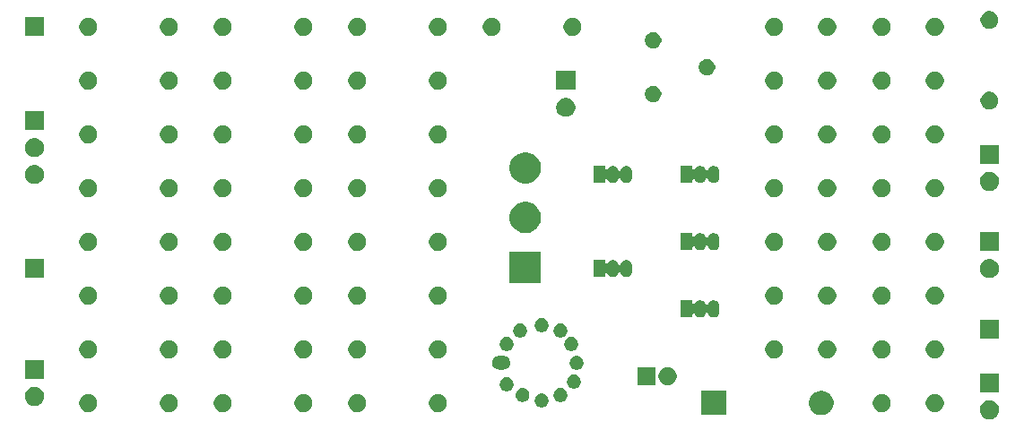
<source format=gbr>
G04 #@! TF.GenerationSoftware,KiCad,Pcbnew,(5.1.5)-3*
G04 #@! TF.CreationDate,2020-01-27T19:36:50-05:00*
G04 #@! TF.ProjectId,output,6f757470-7574-42e6-9b69-6361645f7063,v01*
G04 #@! TF.SameCoordinates,Original*
G04 #@! TF.FileFunction,Soldermask,Bot*
G04 #@! TF.FilePolarity,Negative*
%FSLAX46Y46*%
G04 Gerber Fmt 4.6, Leading zero omitted, Abs format (unit mm)*
G04 Created by KiCad (PCBNEW (5.1.5)-3) date 2020-01-27 19:36:50*
%MOMM*%
%LPD*%
G04 APERTURE LIST*
%ADD10C,0.100000*%
G04 APERTURE END LIST*
D10*
G36*
X130288512Y-155313927D02*
G01*
X130437812Y-155343624D01*
X130601784Y-155411544D01*
X130749354Y-155510147D01*
X130874853Y-155635646D01*
X130973456Y-155783216D01*
X131041376Y-155947188D01*
X131076000Y-156121259D01*
X131076000Y-156298741D01*
X131041376Y-156472812D01*
X130973456Y-156636784D01*
X130874853Y-156784354D01*
X130749354Y-156909853D01*
X130601784Y-157008456D01*
X130437812Y-157076376D01*
X130288512Y-157106073D01*
X130263742Y-157111000D01*
X130086258Y-157111000D01*
X130061488Y-157106073D01*
X129912188Y-157076376D01*
X129748216Y-157008456D01*
X129600646Y-156909853D01*
X129475147Y-156784354D01*
X129376544Y-156636784D01*
X129308624Y-156472812D01*
X129274000Y-156298741D01*
X129274000Y-156121259D01*
X129308624Y-155947188D01*
X129376544Y-155783216D01*
X129475147Y-155635646D01*
X129600646Y-155510147D01*
X129748216Y-155411544D01*
X129912188Y-155343624D01*
X130061488Y-155313927D01*
X130086258Y-155309000D01*
X130263742Y-155309000D01*
X130288512Y-155313927D01*
G37*
G36*
X114524549Y-154446116D02*
G01*
X114635734Y-154468232D01*
X114845203Y-154554997D01*
X115033720Y-154680960D01*
X115194040Y-154841280D01*
X115319297Y-155028741D01*
X115320004Y-155029799D01*
X115321131Y-155032520D01*
X115357931Y-155121362D01*
X115406768Y-155239267D01*
X115451000Y-155461635D01*
X115451000Y-155688365D01*
X115406768Y-155910733D01*
X115321131Y-156117481D01*
X115320003Y-156120203D01*
X115194040Y-156308720D01*
X115033720Y-156469040D01*
X114845203Y-156595003D01*
X114635734Y-156681768D01*
X114524549Y-156703884D01*
X114413365Y-156726000D01*
X114186635Y-156726000D01*
X114075451Y-156703884D01*
X113964266Y-156681768D01*
X113754797Y-156595003D01*
X113566280Y-156469040D01*
X113405960Y-156308720D01*
X113279997Y-156120203D01*
X113278870Y-156117481D01*
X113193232Y-155910733D01*
X113149000Y-155688365D01*
X113149000Y-155461635D01*
X113193232Y-155239267D01*
X113242070Y-155121362D01*
X113278869Y-155032520D01*
X113279996Y-155029799D01*
X113280703Y-155028741D01*
X113405960Y-154841280D01*
X113566280Y-154680960D01*
X113754797Y-154554997D01*
X113964266Y-154468232D01*
X114075451Y-154446116D01*
X114186635Y-154424000D01*
X114413365Y-154424000D01*
X114524549Y-154446116D01*
G37*
G36*
X105291000Y-156726000D02*
G01*
X102989000Y-156726000D01*
X102989000Y-154424000D01*
X105291000Y-154424000D01*
X105291000Y-156726000D01*
G37*
G36*
X120263228Y-154756703D02*
G01*
X120418100Y-154820853D01*
X120557481Y-154913985D01*
X120676015Y-155032519D01*
X120769147Y-155171900D01*
X120833297Y-155326772D01*
X120866000Y-155491184D01*
X120866000Y-155658816D01*
X120833297Y-155823228D01*
X120769147Y-155978100D01*
X120676015Y-156117481D01*
X120557481Y-156236015D01*
X120418100Y-156329147D01*
X120263228Y-156393297D01*
X120098816Y-156426000D01*
X119931184Y-156426000D01*
X119766772Y-156393297D01*
X119611900Y-156329147D01*
X119472519Y-156236015D01*
X119353985Y-156117481D01*
X119260853Y-155978100D01*
X119196703Y-155823228D01*
X119164000Y-155658816D01*
X119164000Y-155491184D01*
X119196703Y-155326772D01*
X119260853Y-155171900D01*
X119353985Y-155032519D01*
X119472519Y-154913985D01*
X119611900Y-154820853D01*
X119766772Y-154756703D01*
X119931184Y-154724000D01*
X120098816Y-154724000D01*
X120263228Y-154756703D01*
G37*
G36*
X125263228Y-154756703D02*
G01*
X125418100Y-154820853D01*
X125557481Y-154913985D01*
X125676015Y-155032519D01*
X125769147Y-155171900D01*
X125833297Y-155326772D01*
X125866000Y-155491184D01*
X125866000Y-155658816D01*
X125833297Y-155823228D01*
X125769147Y-155978100D01*
X125676015Y-156117481D01*
X125557481Y-156236015D01*
X125418100Y-156329147D01*
X125263228Y-156393297D01*
X125098816Y-156426000D01*
X124931184Y-156426000D01*
X124766772Y-156393297D01*
X124611900Y-156329147D01*
X124472519Y-156236015D01*
X124353985Y-156117481D01*
X124260853Y-155978100D01*
X124196703Y-155823228D01*
X124164000Y-155658816D01*
X124164000Y-155491184D01*
X124196703Y-155326772D01*
X124260853Y-155171900D01*
X124353985Y-155032519D01*
X124472519Y-154913985D01*
X124611900Y-154820853D01*
X124766772Y-154756703D01*
X124931184Y-154724000D01*
X125098816Y-154724000D01*
X125263228Y-154756703D01*
G37*
G36*
X70733228Y-154756703D02*
G01*
X70888100Y-154820853D01*
X71027481Y-154913985D01*
X71146015Y-155032519D01*
X71239147Y-155171900D01*
X71303297Y-155326772D01*
X71336000Y-155491184D01*
X71336000Y-155658816D01*
X71303297Y-155823228D01*
X71239147Y-155978100D01*
X71146015Y-156117481D01*
X71027481Y-156236015D01*
X70888100Y-156329147D01*
X70733228Y-156393297D01*
X70568816Y-156426000D01*
X70401184Y-156426000D01*
X70236772Y-156393297D01*
X70081900Y-156329147D01*
X69942519Y-156236015D01*
X69823985Y-156117481D01*
X69730853Y-155978100D01*
X69666703Y-155823228D01*
X69634000Y-155658816D01*
X69634000Y-155491184D01*
X69666703Y-155326772D01*
X69730853Y-155171900D01*
X69823985Y-155032519D01*
X69942519Y-154913985D01*
X70081900Y-154820853D01*
X70236772Y-154756703D01*
X70401184Y-154724000D01*
X70568816Y-154724000D01*
X70733228Y-154756703D01*
G37*
G36*
X78353228Y-154756703D02*
G01*
X78508100Y-154820853D01*
X78647481Y-154913985D01*
X78766015Y-155032519D01*
X78859147Y-155171900D01*
X78923297Y-155326772D01*
X78956000Y-155491184D01*
X78956000Y-155658816D01*
X78923297Y-155823228D01*
X78859147Y-155978100D01*
X78766015Y-156117481D01*
X78647481Y-156236015D01*
X78508100Y-156329147D01*
X78353228Y-156393297D01*
X78188816Y-156426000D01*
X78021184Y-156426000D01*
X77856772Y-156393297D01*
X77701900Y-156329147D01*
X77562519Y-156236015D01*
X77443985Y-156117481D01*
X77350853Y-155978100D01*
X77286703Y-155823228D01*
X77254000Y-155658816D01*
X77254000Y-155491184D01*
X77286703Y-155326772D01*
X77350853Y-155171900D01*
X77443985Y-155032519D01*
X77562519Y-154913985D01*
X77701900Y-154820853D01*
X77856772Y-154756703D01*
X78021184Y-154724000D01*
X78188816Y-154724000D01*
X78353228Y-154756703D01*
G37*
G36*
X45333228Y-154756703D02*
G01*
X45488100Y-154820853D01*
X45627481Y-154913985D01*
X45746015Y-155032519D01*
X45839147Y-155171900D01*
X45903297Y-155326772D01*
X45936000Y-155491184D01*
X45936000Y-155658816D01*
X45903297Y-155823228D01*
X45839147Y-155978100D01*
X45746015Y-156117481D01*
X45627481Y-156236015D01*
X45488100Y-156329147D01*
X45333228Y-156393297D01*
X45168816Y-156426000D01*
X45001184Y-156426000D01*
X44836772Y-156393297D01*
X44681900Y-156329147D01*
X44542519Y-156236015D01*
X44423985Y-156117481D01*
X44330853Y-155978100D01*
X44266703Y-155823228D01*
X44234000Y-155658816D01*
X44234000Y-155491184D01*
X44266703Y-155326772D01*
X44330853Y-155171900D01*
X44423985Y-155032519D01*
X44542519Y-154913985D01*
X44681900Y-154820853D01*
X44836772Y-154756703D01*
X45001184Y-154724000D01*
X45168816Y-154724000D01*
X45333228Y-154756703D01*
G37*
G36*
X52953228Y-154756703D02*
G01*
X53108100Y-154820853D01*
X53247481Y-154913985D01*
X53366015Y-155032519D01*
X53459147Y-155171900D01*
X53523297Y-155326772D01*
X53556000Y-155491184D01*
X53556000Y-155658816D01*
X53523297Y-155823228D01*
X53459147Y-155978100D01*
X53366015Y-156117481D01*
X53247481Y-156236015D01*
X53108100Y-156329147D01*
X52953228Y-156393297D01*
X52788816Y-156426000D01*
X52621184Y-156426000D01*
X52456772Y-156393297D01*
X52301900Y-156329147D01*
X52162519Y-156236015D01*
X52043985Y-156117481D01*
X51950853Y-155978100D01*
X51886703Y-155823228D01*
X51854000Y-155658816D01*
X51854000Y-155491184D01*
X51886703Y-155326772D01*
X51950853Y-155171900D01*
X52043985Y-155032519D01*
X52162519Y-154913985D01*
X52301900Y-154820853D01*
X52456772Y-154756703D01*
X52621184Y-154724000D01*
X52788816Y-154724000D01*
X52953228Y-154756703D01*
G37*
G36*
X65653228Y-154756703D02*
G01*
X65808100Y-154820853D01*
X65947481Y-154913985D01*
X66066015Y-155032519D01*
X66159147Y-155171900D01*
X66223297Y-155326772D01*
X66256000Y-155491184D01*
X66256000Y-155658816D01*
X66223297Y-155823228D01*
X66159147Y-155978100D01*
X66066015Y-156117481D01*
X65947481Y-156236015D01*
X65808100Y-156329147D01*
X65653228Y-156393297D01*
X65488816Y-156426000D01*
X65321184Y-156426000D01*
X65156772Y-156393297D01*
X65001900Y-156329147D01*
X64862519Y-156236015D01*
X64743985Y-156117481D01*
X64650853Y-155978100D01*
X64586703Y-155823228D01*
X64554000Y-155658816D01*
X64554000Y-155491184D01*
X64586703Y-155326772D01*
X64650853Y-155171900D01*
X64743985Y-155032519D01*
X64862519Y-154913985D01*
X65001900Y-154820853D01*
X65156772Y-154756703D01*
X65321184Y-154724000D01*
X65488816Y-154724000D01*
X65653228Y-154756703D01*
G37*
G36*
X58033228Y-154756703D02*
G01*
X58188100Y-154820853D01*
X58327481Y-154913985D01*
X58446015Y-155032519D01*
X58539147Y-155171900D01*
X58603297Y-155326772D01*
X58636000Y-155491184D01*
X58636000Y-155658816D01*
X58603297Y-155823228D01*
X58539147Y-155978100D01*
X58446015Y-156117481D01*
X58327481Y-156236015D01*
X58188100Y-156329147D01*
X58033228Y-156393297D01*
X57868816Y-156426000D01*
X57701184Y-156426000D01*
X57536772Y-156393297D01*
X57381900Y-156329147D01*
X57242519Y-156236015D01*
X57123985Y-156117481D01*
X57030853Y-155978100D01*
X56966703Y-155823228D01*
X56934000Y-155658816D01*
X56934000Y-155491184D01*
X56966703Y-155326772D01*
X57030853Y-155171900D01*
X57123985Y-155032519D01*
X57242519Y-154913985D01*
X57381900Y-154820853D01*
X57536772Y-154756703D01*
X57701184Y-154724000D01*
X57868816Y-154724000D01*
X58033228Y-154756703D01*
G37*
G36*
X88073890Y-154695017D02*
G01*
X88143861Y-154724000D01*
X88192364Y-154744091D01*
X88199534Y-154748882D01*
X88298988Y-154815335D01*
X88389665Y-154906012D01*
X88460910Y-155012638D01*
X88509983Y-155131110D01*
X88535000Y-155256881D01*
X88535000Y-155385119D01*
X88510131Y-155510147D01*
X88509983Y-155510890D01*
X88460909Y-155629364D01*
X88389665Y-155735988D01*
X88298988Y-155826665D01*
X88192364Y-155897909D01*
X88192363Y-155897910D01*
X88192362Y-155897910D01*
X88073890Y-155946983D01*
X87948119Y-155972000D01*
X87819881Y-155972000D01*
X87694110Y-155946983D01*
X87575638Y-155897910D01*
X87575637Y-155897910D01*
X87575636Y-155897909D01*
X87469012Y-155826665D01*
X87378335Y-155735988D01*
X87307091Y-155629364D01*
X87258017Y-155510890D01*
X87257869Y-155510147D01*
X87233000Y-155385119D01*
X87233000Y-155256881D01*
X87258017Y-155131110D01*
X87307090Y-155012638D01*
X87378335Y-154906012D01*
X87469012Y-154815335D01*
X87568466Y-154748882D01*
X87575636Y-154744091D01*
X87624140Y-154724000D01*
X87694110Y-154695017D01*
X87819881Y-154670000D01*
X87948119Y-154670000D01*
X88073890Y-154695017D01*
G37*
G36*
X40118512Y-154043927D02*
G01*
X40267812Y-154073624D01*
X40431784Y-154141544D01*
X40579354Y-154240147D01*
X40704853Y-154365646D01*
X40803456Y-154513216D01*
X40871376Y-154677188D01*
X40906000Y-154851259D01*
X40906000Y-155028741D01*
X40871376Y-155202812D01*
X40803456Y-155366784D01*
X40704853Y-155514354D01*
X40579354Y-155639853D01*
X40431784Y-155738456D01*
X40267812Y-155806376D01*
X40118512Y-155836073D01*
X40093742Y-155841000D01*
X39916258Y-155841000D01*
X39891488Y-155836073D01*
X39742188Y-155806376D01*
X39578216Y-155738456D01*
X39430646Y-155639853D01*
X39305147Y-155514354D01*
X39206544Y-155366784D01*
X39138624Y-155202812D01*
X39104000Y-155028741D01*
X39104000Y-154851259D01*
X39138624Y-154677188D01*
X39206544Y-154513216D01*
X39305147Y-154365646D01*
X39430646Y-154240147D01*
X39578216Y-154141544D01*
X39742188Y-154073624D01*
X39891488Y-154043927D01*
X39916258Y-154039000D01*
X40093742Y-154039000D01*
X40118512Y-154043927D01*
G37*
G36*
X86189225Y-154168983D02*
G01*
X86279890Y-154187017D01*
X86398364Y-154236091D01*
X86504988Y-154307335D01*
X86595665Y-154398012D01*
X86642585Y-154468232D01*
X86666910Y-154504638D01*
X86694398Y-154571000D01*
X86715983Y-154623110D01*
X86741000Y-154748882D01*
X86741000Y-154877118D01*
X86715983Y-155002890D01*
X86666909Y-155121364D01*
X86595665Y-155227988D01*
X86504988Y-155318665D01*
X86398364Y-155389909D01*
X86398363Y-155389910D01*
X86398362Y-155389910D01*
X86279890Y-155438983D01*
X86154119Y-155464000D01*
X86025881Y-155464000D01*
X85900110Y-155438983D01*
X85781638Y-155389910D01*
X85781637Y-155389910D01*
X85781636Y-155389909D01*
X85675012Y-155318665D01*
X85584335Y-155227988D01*
X85513091Y-155121364D01*
X85464017Y-155002890D01*
X85439000Y-154877118D01*
X85439000Y-154748882D01*
X85464017Y-154623110D01*
X85485602Y-154571000D01*
X85513090Y-154504638D01*
X85537416Y-154468232D01*
X85584335Y-154398012D01*
X85675012Y-154307335D01*
X85781636Y-154236091D01*
X85900110Y-154187017D01*
X85990775Y-154168983D01*
X86025881Y-154162000D01*
X86154119Y-154162000D01*
X86189225Y-154168983D01*
G37*
G36*
X89761225Y-154168983D02*
G01*
X89851890Y-154187017D01*
X89970364Y-154236091D01*
X90076988Y-154307335D01*
X90167665Y-154398012D01*
X90214585Y-154468232D01*
X90238910Y-154504638D01*
X90266398Y-154571000D01*
X90287983Y-154623110D01*
X90313000Y-154748882D01*
X90313000Y-154877118D01*
X90287983Y-155002890D01*
X90238909Y-155121364D01*
X90167665Y-155227988D01*
X90076988Y-155318665D01*
X89970364Y-155389909D01*
X89970363Y-155389910D01*
X89970362Y-155389910D01*
X89851890Y-155438983D01*
X89726119Y-155464000D01*
X89597881Y-155464000D01*
X89472110Y-155438983D01*
X89353638Y-155389910D01*
X89353637Y-155389910D01*
X89353636Y-155389909D01*
X89247012Y-155318665D01*
X89156335Y-155227988D01*
X89085091Y-155121364D01*
X89036017Y-155002890D01*
X89011000Y-154877118D01*
X89011000Y-154748882D01*
X89036017Y-154623110D01*
X89057602Y-154571000D01*
X89085090Y-154504638D01*
X89109416Y-154468232D01*
X89156335Y-154398012D01*
X89247012Y-154307335D01*
X89353636Y-154236091D01*
X89472110Y-154187017D01*
X89562775Y-154168983D01*
X89597881Y-154162000D01*
X89726119Y-154162000D01*
X89761225Y-154168983D01*
G37*
G36*
X131076000Y-154571000D02*
G01*
X129274000Y-154571000D01*
X129274000Y-152769000D01*
X131076000Y-152769000D01*
X131076000Y-154571000D01*
G37*
G36*
X84771890Y-153171017D02*
G01*
X84890364Y-153220091D01*
X84996988Y-153291335D01*
X85087665Y-153382012D01*
X85158909Y-153488636D01*
X85207983Y-153607110D01*
X85233000Y-153732882D01*
X85233000Y-153861118D01*
X85207983Y-153986890D01*
X85158909Y-154105364D01*
X85087665Y-154211988D01*
X84996988Y-154302665D01*
X84890364Y-154373909D01*
X84890363Y-154373910D01*
X84890362Y-154373910D01*
X84771890Y-154422983D01*
X84646119Y-154448000D01*
X84517881Y-154448000D01*
X84392110Y-154422983D01*
X84273638Y-154373910D01*
X84273637Y-154373910D01*
X84273636Y-154373909D01*
X84167012Y-154302665D01*
X84076335Y-154211988D01*
X84005091Y-154105364D01*
X83956017Y-153986890D01*
X83931000Y-153861118D01*
X83931000Y-153732882D01*
X83956017Y-153607110D01*
X84005091Y-153488636D01*
X84076335Y-153382012D01*
X84167012Y-153291335D01*
X84273636Y-153220091D01*
X84392110Y-153171017D01*
X84517881Y-153146000D01*
X84646119Y-153146000D01*
X84771890Y-153171017D01*
G37*
G36*
X91121890Y-152917017D02*
G01*
X91240364Y-152966091D01*
X91346988Y-153037335D01*
X91437665Y-153128012D01*
X91508909Y-153234636D01*
X91557983Y-153353110D01*
X91583000Y-153478882D01*
X91583000Y-153607118D01*
X91557983Y-153732890D01*
X91508909Y-153851364D01*
X91437665Y-153957988D01*
X91346988Y-154048665D01*
X91240364Y-154119909D01*
X91240363Y-154119910D01*
X91240362Y-154119910D01*
X91121890Y-154168983D01*
X90996119Y-154194000D01*
X90867881Y-154194000D01*
X90742110Y-154168983D01*
X90623638Y-154119910D01*
X90623637Y-154119910D01*
X90623636Y-154119909D01*
X90517012Y-154048665D01*
X90426335Y-153957988D01*
X90355091Y-153851364D01*
X90306017Y-153732890D01*
X90281000Y-153607118D01*
X90281000Y-153478882D01*
X90306017Y-153353110D01*
X90355091Y-153234636D01*
X90426335Y-153128012D01*
X90517012Y-153037335D01*
X90623636Y-152966091D01*
X90742110Y-152917017D01*
X90867881Y-152892000D01*
X90996119Y-152892000D01*
X91121890Y-152917017D01*
G37*
G36*
X98641000Y-153886000D02*
G01*
X96939000Y-153886000D01*
X96939000Y-152184000D01*
X98641000Y-152184000D01*
X98641000Y-153886000D01*
G37*
G36*
X100038228Y-152216703D02*
G01*
X100193100Y-152280853D01*
X100332481Y-152373985D01*
X100451015Y-152492519D01*
X100544147Y-152631900D01*
X100608297Y-152786772D01*
X100641000Y-152951184D01*
X100641000Y-153118816D01*
X100608297Y-153283228D01*
X100544147Y-153438100D01*
X100451015Y-153577481D01*
X100332481Y-153696015D01*
X100193100Y-153789147D01*
X100038228Y-153853297D01*
X99873816Y-153886000D01*
X99706184Y-153886000D01*
X99541772Y-153853297D01*
X99386900Y-153789147D01*
X99247519Y-153696015D01*
X99128985Y-153577481D01*
X99035853Y-153438100D01*
X98971703Y-153283228D01*
X98939000Y-153118816D01*
X98939000Y-152951184D01*
X98971703Y-152786772D01*
X99035853Y-152631900D01*
X99128985Y-152492519D01*
X99247519Y-152373985D01*
X99386900Y-152280853D01*
X99541772Y-152216703D01*
X99706184Y-152184000D01*
X99873816Y-152184000D01*
X100038228Y-152216703D01*
G37*
G36*
X40906000Y-153301000D02*
G01*
X39104000Y-153301000D01*
X39104000Y-151499000D01*
X40906000Y-151499000D01*
X40906000Y-153301000D01*
G37*
G36*
X91375890Y-151139017D02*
G01*
X91416927Y-151156015D01*
X91494364Y-151188091D01*
X91600988Y-151259335D01*
X91691665Y-151350012D01*
X91762909Y-151456636D01*
X91811983Y-151575110D01*
X91837000Y-151700882D01*
X91837000Y-151829118D01*
X91811983Y-151954890D01*
X91762909Y-152073364D01*
X91691665Y-152179988D01*
X91600988Y-152270665D01*
X91494364Y-152341909D01*
X91494363Y-152341910D01*
X91494362Y-152341910D01*
X91375890Y-152390983D01*
X91250119Y-152416000D01*
X91121881Y-152416000D01*
X90996110Y-152390983D01*
X90877638Y-152341910D01*
X90877637Y-152341910D01*
X90877636Y-152341909D01*
X90771012Y-152270665D01*
X90680335Y-152179988D01*
X90609091Y-152073364D01*
X90560017Y-151954890D01*
X90535000Y-151829118D01*
X90535000Y-151700882D01*
X90560017Y-151575110D01*
X90609091Y-151456636D01*
X90680335Y-151350012D01*
X90771012Y-151259335D01*
X90877636Y-151188091D01*
X90955074Y-151156015D01*
X90996110Y-151139017D01*
X91121881Y-151114000D01*
X91250119Y-151114000D01*
X91375890Y-151139017D01*
G37*
G36*
X84337855Y-151117140D02*
G01*
X84401618Y-151123420D01*
X84492404Y-151150960D01*
X84524336Y-151160646D01*
X84637425Y-151221094D01*
X84736554Y-151302446D01*
X84817906Y-151401575D01*
X84878354Y-151514664D01*
X84878355Y-151514668D01*
X84915580Y-151637382D01*
X84928149Y-151765000D01*
X84915580Y-151892618D01*
X84896690Y-151954890D01*
X84878354Y-152015336D01*
X84817906Y-152128425D01*
X84736554Y-152227554D01*
X84637425Y-152308906D01*
X84524336Y-152369354D01*
X84509069Y-152373985D01*
X84401618Y-152406580D01*
X84337855Y-152412860D01*
X84305974Y-152416000D01*
X83842026Y-152416000D01*
X83810145Y-152412860D01*
X83746382Y-152406580D01*
X83638931Y-152373985D01*
X83623664Y-152369354D01*
X83510575Y-152308906D01*
X83411446Y-152227554D01*
X83330094Y-152128425D01*
X83269646Y-152015336D01*
X83251310Y-151954890D01*
X83232420Y-151892618D01*
X83219851Y-151765000D01*
X83232420Y-151637382D01*
X83269645Y-151514668D01*
X83269646Y-151514664D01*
X83330094Y-151401575D01*
X83411446Y-151302446D01*
X83510575Y-151221094D01*
X83623664Y-151160646D01*
X83655596Y-151150960D01*
X83746382Y-151123420D01*
X83810145Y-151117140D01*
X83842026Y-151114000D01*
X84305974Y-151114000D01*
X84337855Y-151117140D01*
G37*
G36*
X78353228Y-149676703D02*
G01*
X78508100Y-149740853D01*
X78647481Y-149833985D01*
X78766015Y-149952519D01*
X78859147Y-150091900D01*
X78923297Y-150246772D01*
X78956000Y-150411184D01*
X78956000Y-150578816D01*
X78923297Y-150743228D01*
X78859147Y-150898100D01*
X78766015Y-151037481D01*
X78647481Y-151156015D01*
X78508100Y-151249147D01*
X78353228Y-151313297D01*
X78188816Y-151346000D01*
X78021184Y-151346000D01*
X77856772Y-151313297D01*
X77701900Y-151249147D01*
X77562519Y-151156015D01*
X77443985Y-151037481D01*
X77350853Y-150898100D01*
X77286703Y-150743228D01*
X77254000Y-150578816D01*
X77254000Y-150411184D01*
X77286703Y-150246772D01*
X77350853Y-150091900D01*
X77443985Y-149952519D01*
X77562519Y-149833985D01*
X77701900Y-149740853D01*
X77856772Y-149676703D01*
X78021184Y-149644000D01*
X78188816Y-149644000D01*
X78353228Y-149676703D01*
G37*
G36*
X120263228Y-149676703D02*
G01*
X120418100Y-149740853D01*
X120557481Y-149833985D01*
X120676015Y-149952519D01*
X120769147Y-150091900D01*
X120833297Y-150246772D01*
X120866000Y-150411184D01*
X120866000Y-150578816D01*
X120833297Y-150743228D01*
X120769147Y-150898100D01*
X120676015Y-151037481D01*
X120557481Y-151156015D01*
X120418100Y-151249147D01*
X120263228Y-151313297D01*
X120098816Y-151346000D01*
X119931184Y-151346000D01*
X119766772Y-151313297D01*
X119611900Y-151249147D01*
X119472519Y-151156015D01*
X119353985Y-151037481D01*
X119260853Y-150898100D01*
X119196703Y-150743228D01*
X119164000Y-150578816D01*
X119164000Y-150411184D01*
X119196703Y-150246772D01*
X119260853Y-150091900D01*
X119353985Y-149952519D01*
X119472519Y-149833985D01*
X119611900Y-149740853D01*
X119766772Y-149676703D01*
X119931184Y-149644000D01*
X120098816Y-149644000D01*
X120263228Y-149676703D01*
G37*
G36*
X115103228Y-149676703D02*
G01*
X115258100Y-149740853D01*
X115397481Y-149833985D01*
X115516015Y-149952519D01*
X115609147Y-150091900D01*
X115673297Y-150246772D01*
X115706000Y-150411184D01*
X115706000Y-150578816D01*
X115673297Y-150743228D01*
X115609147Y-150898100D01*
X115516015Y-151037481D01*
X115397481Y-151156015D01*
X115258100Y-151249147D01*
X115103228Y-151313297D01*
X114938816Y-151346000D01*
X114771184Y-151346000D01*
X114606772Y-151313297D01*
X114451900Y-151249147D01*
X114312519Y-151156015D01*
X114193985Y-151037481D01*
X114100853Y-150898100D01*
X114036703Y-150743228D01*
X114004000Y-150578816D01*
X114004000Y-150411184D01*
X114036703Y-150246772D01*
X114100853Y-150091900D01*
X114193985Y-149952519D01*
X114312519Y-149833985D01*
X114451900Y-149740853D01*
X114606772Y-149676703D01*
X114771184Y-149644000D01*
X114938816Y-149644000D01*
X115103228Y-149676703D01*
G37*
G36*
X110103228Y-149676703D02*
G01*
X110258100Y-149740853D01*
X110397481Y-149833985D01*
X110516015Y-149952519D01*
X110609147Y-150091900D01*
X110673297Y-150246772D01*
X110706000Y-150411184D01*
X110706000Y-150578816D01*
X110673297Y-150743228D01*
X110609147Y-150898100D01*
X110516015Y-151037481D01*
X110397481Y-151156015D01*
X110258100Y-151249147D01*
X110103228Y-151313297D01*
X109938816Y-151346000D01*
X109771184Y-151346000D01*
X109606772Y-151313297D01*
X109451900Y-151249147D01*
X109312519Y-151156015D01*
X109193985Y-151037481D01*
X109100853Y-150898100D01*
X109036703Y-150743228D01*
X109004000Y-150578816D01*
X109004000Y-150411184D01*
X109036703Y-150246772D01*
X109100853Y-150091900D01*
X109193985Y-149952519D01*
X109312519Y-149833985D01*
X109451900Y-149740853D01*
X109606772Y-149676703D01*
X109771184Y-149644000D01*
X109938816Y-149644000D01*
X110103228Y-149676703D01*
G37*
G36*
X70733228Y-149676703D02*
G01*
X70888100Y-149740853D01*
X71027481Y-149833985D01*
X71146015Y-149952519D01*
X71239147Y-150091900D01*
X71303297Y-150246772D01*
X71336000Y-150411184D01*
X71336000Y-150578816D01*
X71303297Y-150743228D01*
X71239147Y-150898100D01*
X71146015Y-151037481D01*
X71027481Y-151156015D01*
X70888100Y-151249147D01*
X70733228Y-151313297D01*
X70568816Y-151346000D01*
X70401184Y-151346000D01*
X70236772Y-151313297D01*
X70081900Y-151249147D01*
X69942519Y-151156015D01*
X69823985Y-151037481D01*
X69730853Y-150898100D01*
X69666703Y-150743228D01*
X69634000Y-150578816D01*
X69634000Y-150411184D01*
X69666703Y-150246772D01*
X69730853Y-150091900D01*
X69823985Y-149952519D01*
X69942519Y-149833985D01*
X70081900Y-149740853D01*
X70236772Y-149676703D01*
X70401184Y-149644000D01*
X70568816Y-149644000D01*
X70733228Y-149676703D01*
G37*
G36*
X65653228Y-149676703D02*
G01*
X65808100Y-149740853D01*
X65947481Y-149833985D01*
X66066015Y-149952519D01*
X66159147Y-150091900D01*
X66223297Y-150246772D01*
X66256000Y-150411184D01*
X66256000Y-150578816D01*
X66223297Y-150743228D01*
X66159147Y-150898100D01*
X66066015Y-151037481D01*
X65947481Y-151156015D01*
X65808100Y-151249147D01*
X65653228Y-151313297D01*
X65488816Y-151346000D01*
X65321184Y-151346000D01*
X65156772Y-151313297D01*
X65001900Y-151249147D01*
X64862519Y-151156015D01*
X64743985Y-151037481D01*
X64650853Y-150898100D01*
X64586703Y-150743228D01*
X64554000Y-150578816D01*
X64554000Y-150411184D01*
X64586703Y-150246772D01*
X64650853Y-150091900D01*
X64743985Y-149952519D01*
X64862519Y-149833985D01*
X65001900Y-149740853D01*
X65156772Y-149676703D01*
X65321184Y-149644000D01*
X65488816Y-149644000D01*
X65653228Y-149676703D01*
G37*
G36*
X125263228Y-149676703D02*
G01*
X125418100Y-149740853D01*
X125557481Y-149833985D01*
X125676015Y-149952519D01*
X125769147Y-150091900D01*
X125833297Y-150246772D01*
X125866000Y-150411184D01*
X125866000Y-150578816D01*
X125833297Y-150743228D01*
X125769147Y-150898100D01*
X125676015Y-151037481D01*
X125557481Y-151156015D01*
X125418100Y-151249147D01*
X125263228Y-151313297D01*
X125098816Y-151346000D01*
X124931184Y-151346000D01*
X124766772Y-151313297D01*
X124611900Y-151249147D01*
X124472519Y-151156015D01*
X124353985Y-151037481D01*
X124260853Y-150898100D01*
X124196703Y-150743228D01*
X124164000Y-150578816D01*
X124164000Y-150411184D01*
X124196703Y-150246772D01*
X124260853Y-150091900D01*
X124353985Y-149952519D01*
X124472519Y-149833985D01*
X124611900Y-149740853D01*
X124766772Y-149676703D01*
X124931184Y-149644000D01*
X125098816Y-149644000D01*
X125263228Y-149676703D01*
G37*
G36*
X45333228Y-149676703D02*
G01*
X45488100Y-149740853D01*
X45627481Y-149833985D01*
X45746015Y-149952519D01*
X45839147Y-150091900D01*
X45903297Y-150246772D01*
X45936000Y-150411184D01*
X45936000Y-150578816D01*
X45903297Y-150743228D01*
X45839147Y-150898100D01*
X45746015Y-151037481D01*
X45627481Y-151156015D01*
X45488100Y-151249147D01*
X45333228Y-151313297D01*
X45168816Y-151346000D01*
X45001184Y-151346000D01*
X44836772Y-151313297D01*
X44681900Y-151249147D01*
X44542519Y-151156015D01*
X44423985Y-151037481D01*
X44330853Y-150898100D01*
X44266703Y-150743228D01*
X44234000Y-150578816D01*
X44234000Y-150411184D01*
X44266703Y-150246772D01*
X44330853Y-150091900D01*
X44423985Y-149952519D01*
X44542519Y-149833985D01*
X44681900Y-149740853D01*
X44836772Y-149676703D01*
X45001184Y-149644000D01*
X45168816Y-149644000D01*
X45333228Y-149676703D01*
G37*
G36*
X58033228Y-149676703D02*
G01*
X58188100Y-149740853D01*
X58327481Y-149833985D01*
X58446015Y-149952519D01*
X58539147Y-150091900D01*
X58603297Y-150246772D01*
X58636000Y-150411184D01*
X58636000Y-150578816D01*
X58603297Y-150743228D01*
X58539147Y-150898100D01*
X58446015Y-151037481D01*
X58327481Y-151156015D01*
X58188100Y-151249147D01*
X58033228Y-151313297D01*
X57868816Y-151346000D01*
X57701184Y-151346000D01*
X57536772Y-151313297D01*
X57381900Y-151249147D01*
X57242519Y-151156015D01*
X57123985Y-151037481D01*
X57030853Y-150898100D01*
X56966703Y-150743228D01*
X56934000Y-150578816D01*
X56934000Y-150411184D01*
X56966703Y-150246772D01*
X57030853Y-150091900D01*
X57123985Y-149952519D01*
X57242519Y-149833985D01*
X57381900Y-149740853D01*
X57536772Y-149676703D01*
X57701184Y-149644000D01*
X57868816Y-149644000D01*
X58033228Y-149676703D01*
G37*
G36*
X52953228Y-149676703D02*
G01*
X53108100Y-149740853D01*
X53247481Y-149833985D01*
X53366015Y-149952519D01*
X53459147Y-150091900D01*
X53523297Y-150246772D01*
X53556000Y-150411184D01*
X53556000Y-150578816D01*
X53523297Y-150743228D01*
X53459147Y-150898100D01*
X53366015Y-151037481D01*
X53247481Y-151156015D01*
X53108100Y-151249147D01*
X52953228Y-151313297D01*
X52788816Y-151346000D01*
X52621184Y-151346000D01*
X52456772Y-151313297D01*
X52301900Y-151249147D01*
X52162519Y-151156015D01*
X52043985Y-151037481D01*
X51950853Y-150898100D01*
X51886703Y-150743228D01*
X51854000Y-150578816D01*
X51854000Y-150411184D01*
X51886703Y-150246772D01*
X51950853Y-150091900D01*
X52043985Y-149952519D01*
X52162519Y-149833985D01*
X52301900Y-149740853D01*
X52456772Y-149676703D01*
X52621184Y-149644000D01*
X52788816Y-149644000D01*
X52953228Y-149676703D01*
G37*
G36*
X84681225Y-149342983D02*
G01*
X84771890Y-149361017D01*
X84890364Y-149410091D01*
X84996988Y-149481335D01*
X85087665Y-149572012D01*
X85158909Y-149678636D01*
X85207983Y-149797110D01*
X85233000Y-149922882D01*
X85233000Y-150051118D01*
X85207983Y-150176890D01*
X85158909Y-150295364D01*
X85087665Y-150401988D01*
X84996988Y-150492665D01*
X84890364Y-150563909D01*
X84890363Y-150563910D01*
X84890362Y-150563910D01*
X84771890Y-150612983D01*
X84646119Y-150638000D01*
X84517881Y-150638000D01*
X84392110Y-150612983D01*
X84273638Y-150563910D01*
X84273637Y-150563910D01*
X84273636Y-150563909D01*
X84167012Y-150492665D01*
X84076335Y-150401988D01*
X84005091Y-150295364D01*
X83956017Y-150176890D01*
X83931000Y-150051118D01*
X83931000Y-149922882D01*
X83956017Y-149797110D01*
X84005091Y-149678636D01*
X84076335Y-149572012D01*
X84167012Y-149481335D01*
X84273636Y-149410091D01*
X84392110Y-149361017D01*
X84482775Y-149342983D01*
X84517881Y-149336000D01*
X84646119Y-149336000D01*
X84681225Y-149342983D01*
G37*
G36*
X90777225Y-149342983D02*
G01*
X90867890Y-149361017D01*
X90986364Y-149410091D01*
X91092988Y-149481335D01*
X91183665Y-149572012D01*
X91254909Y-149678636D01*
X91303983Y-149797110D01*
X91329000Y-149922882D01*
X91329000Y-150051118D01*
X91303983Y-150176890D01*
X91254909Y-150295364D01*
X91183665Y-150401988D01*
X91092988Y-150492665D01*
X90986364Y-150563909D01*
X90986363Y-150563910D01*
X90986362Y-150563910D01*
X90867890Y-150612983D01*
X90742119Y-150638000D01*
X90613881Y-150638000D01*
X90488110Y-150612983D01*
X90369638Y-150563910D01*
X90369637Y-150563910D01*
X90369636Y-150563909D01*
X90263012Y-150492665D01*
X90172335Y-150401988D01*
X90101091Y-150295364D01*
X90052017Y-150176890D01*
X90027000Y-150051118D01*
X90027000Y-149922882D01*
X90052017Y-149797110D01*
X90101091Y-149678636D01*
X90172335Y-149572012D01*
X90263012Y-149481335D01*
X90369636Y-149410091D01*
X90488110Y-149361017D01*
X90578775Y-149342983D01*
X90613881Y-149336000D01*
X90742119Y-149336000D01*
X90777225Y-149342983D01*
G37*
G36*
X131076000Y-149491000D02*
G01*
X129274000Y-149491000D01*
X129274000Y-147689000D01*
X131076000Y-147689000D01*
X131076000Y-149491000D01*
G37*
G36*
X86041890Y-148091017D02*
G01*
X86160364Y-148140091D01*
X86266988Y-148211335D01*
X86357665Y-148302012D01*
X86428909Y-148408636D01*
X86477983Y-148527110D01*
X86503000Y-148652882D01*
X86503000Y-148781118D01*
X86477983Y-148906890D01*
X86428909Y-149025364D01*
X86357665Y-149131988D01*
X86266988Y-149222665D01*
X86160364Y-149293909D01*
X86160363Y-149293910D01*
X86160362Y-149293910D01*
X86041890Y-149342983D01*
X85916119Y-149368000D01*
X85787881Y-149368000D01*
X85662110Y-149342983D01*
X85543638Y-149293910D01*
X85543637Y-149293910D01*
X85543636Y-149293909D01*
X85437012Y-149222665D01*
X85346335Y-149131988D01*
X85275091Y-149025364D01*
X85226017Y-148906890D01*
X85201000Y-148781118D01*
X85201000Y-148652882D01*
X85226017Y-148527110D01*
X85275091Y-148408636D01*
X85346335Y-148302012D01*
X85437012Y-148211335D01*
X85543636Y-148140091D01*
X85662110Y-148091017D01*
X85787881Y-148066000D01*
X85916119Y-148066000D01*
X86041890Y-148091017D01*
G37*
G36*
X89851890Y-148091017D02*
G01*
X89970364Y-148140091D01*
X90076988Y-148211335D01*
X90167665Y-148302012D01*
X90238909Y-148408636D01*
X90287983Y-148527110D01*
X90313000Y-148652882D01*
X90313000Y-148781118D01*
X90287983Y-148906890D01*
X90238909Y-149025364D01*
X90167665Y-149131988D01*
X90076988Y-149222665D01*
X89970364Y-149293909D01*
X89970363Y-149293910D01*
X89970362Y-149293910D01*
X89851890Y-149342983D01*
X89726119Y-149368000D01*
X89597881Y-149368000D01*
X89472110Y-149342983D01*
X89353638Y-149293910D01*
X89353637Y-149293910D01*
X89353636Y-149293909D01*
X89247012Y-149222665D01*
X89156335Y-149131988D01*
X89085091Y-149025364D01*
X89036017Y-148906890D01*
X89011000Y-148781118D01*
X89011000Y-148652882D01*
X89036017Y-148527110D01*
X89085091Y-148408636D01*
X89156335Y-148302012D01*
X89247012Y-148211335D01*
X89353636Y-148140091D01*
X89472110Y-148091017D01*
X89597881Y-148066000D01*
X89726119Y-148066000D01*
X89851890Y-148091017D01*
G37*
G36*
X88073890Y-147583017D02*
G01*
X88192364Y-147632091D01*
X88298988Y-147703335D01*
X88389665Y-147794012D01*
X88460909Y-147900636D01*
X88509983Y-148019110D01*
X88535000Y-148144882D01*
X88535000Y-148273118D01*
X88509983Y-148398890D01*
X88460909Y-148517364D01*
X88389665Y-148623988D01*
X88298988Y-148714665D01*
X88192364Y-148785909D01*
X88192363Y-148785910D01*
X88192362Y-148785910D01*
X88073890Y-148834983D01*
X87948119Y-148860000D01*
X87819881Y-148860000D01*
X87694110Y-148834983D01*
X87575638Y-148785910D01*
X87575637Y-148785910D01*
X87575636Y-148785909D01*
X87469012Y-148714665D01*
X87378335Y-148623988D01*
X87307091Y-148517364D01*
X87258017Y-148398890D01*
X87233000Y-148273118D01*
X87233000Y-148144882D01*
X87258017Y-148019110D01*
X87307091Y-147900636D01*
X87378335Y-147794012D01*
X87469012Y-147703335D01*
X87575636Y-147632091D01*
X87694110Y-147583017D01*
X87819881Y-147558000D01*
X87948119Y-147558000D01*
X88073890Y-147583017D01*
G37*
G36*
X104248015Y-145891973D02*
G01*
X104351879Y-145923479D01*
X104379055Y-145938005D01*
X104447600Y-145974643D01*
X104531501Y-146043499D01*
X104600357Y-146127400D01*
X104636995Y-146195945D01*
X104651521Y-146223121D01*
X104683027Y-146326985D01*
X104691000Y-146407933D01*
X104691000Y-146962067D01*
X104683027Y-147043015D01*
X104651521Y-147146879D01*
X104600356Y-147242600D01*
X104531501Y-147326501D01*
X104462645Y-147383009D01*
X104447599Y-147395357D01*
X104395907Y-147422987D01*
X104351878Y-147446521D01*
X104248014Y-147478027D01*
X104140000Y-147488666D01*
X104031985Y-147478027D01*
X103928121Y-147446521D01*
X103884093Y-147422987D01*
X103832401Y-147395357D01*
X103819643Y-147384887D01*
X103748499Y-147326501D01*
X103679644Y-147242600D01*
X103628479Y-147146878D01*
X103624615Y-147134139D01*
X103615239Y-147111503D01*
X103601625Y-147091129D01*
X103584298Y-147073802D01*
X103563923Y-147060188D01*
X103541285Y-147050811D01*
X103517251Y-147046031D01*
X103492747Y-147046031D01*
X103468714Y-147050812D01*
X103446075Y-147060189D01*
X103425701Y-147073803D01*
X103408374Y-147091130D01*
X103394760Y-147111505D01*
X103385388Y-147134131D01*
X103381521Y-147146879D01*
X103330356Y-147242600D01*
X103261501Y-147326501D01*
X103192645Y-147383009D01*
X103177599Y-147395357D01*
X103125907Y-147422987D01*
X103081878Y-147446521D01*
X102978014Y-147478027D01*
X102870000Y-147488666D01*
X102761985Y-147478027D01*
X102658121Y-147446521D01*
X102614093Y-147422987D01*
X102562401Y-147395357D01*
X102549643Y-147384887D01*
X102478499Y-147326501D01*
X102409644Y-147242600D01*
X102386234Y-147198804D01*
X102372625Y-147178436D01*
X102355298Y-147161109D01*
X102334924Y-147147495D01*
X102312285Y-147138118D01*
X102288252Y-147133337D01*
X102263748Y-147133337D01*
X102239714Y-147138117D01*
X102217076Y-147147494D01*
X102196701Y-147161108D01*
X102179374Y-147178435D01*
X102165760Y-147198809D01*
X102156383Y-147221448D01*
X102151602Y-147245481D01*
X102151000Y-147257734D01*
X102151000Y-147486000D01*
X101049000Y-147486000D01*
X101049000Y-145884000D01*
X102151000Y-145884000D01*
X102151000Y-146112265D01*
X102153402Y-146136651D01*
X102160515Y-146160100D01*
X102172066Y-146181711D01*
X102187611Y-146200653D01*
X102206553Y-146216198D01*
X102228164Y-146227749D01*
X102251613Y-146234862D01*
X102275999Y-146237264D01*
X102300385Y-146234862D01*
X102323834Y-146227749D01*
X102345445Y-146216198D01*
X102364387Y-146200653D01*
X102379932Y-146181711D01*
X102386239Y-146171188D01*
X102409644Y-146127399D01*
X102478500Y-146043499D01*
X102562401Y-145974643D01*
X102630946Y-145938005D01*
X102658122Y-145923479D01*
X102761986Y-145891973D01*
X102870000Y-145881334D01*
X102978015Y-145891973D01*
X103081879Y-145923479D01*
X103109055Y-145938005D01*
X103177600Y-145974643D01*
X103261501Y-146043499D01*
X103330357Y-146127400D01*
X103366995Y-146195945D01*
X103381521Y-146223121D01*
X103385388Y-146235869D01*
X103394760Y-146258496D01*
X103408374Y-146278870D01*
X103425701Y-146296197D01*
X103446075Y-146309811D01*
X103468714Y-146319188D01*
X103492747Y-146323969D01*
X103517251Y-146323969D01*
X103541285Y-146319189D01*
X103563924Y-146309812D01*
X103584298Y-146296198D01*
X103601625Y-146278871D01*
X103615239Y-146258497D01*
X103624617Y-146235857D01*
X103624919Y-146234862D01*
X103628480Y-146223121D01*
X103628481Y-146223118D01*
X103679643Y-146127401D01*
X103748500Y-146043499D01*
X103832401Y-145974643D01*
X103900946Y-145938005D01*
X103928122Y-145923479D01*
X104031986Y-145891973D01*
X104140000Y-145881334D01*
X104248015Y-145891973D01*
G37*
G36*
X115103228Y-144596703D02*
G01*
X115258100Y-144660853D01*
X115397481Y-144753985D01*
X115516015Y-144872519D01*
X115609147Y-145011900D01*
X115673297Y-145166772D01*
X115706000Y-145331184D01*
X115706000Y-145498816D01*
X115673297Y-145663228D01*
X115609147Y-145818100D01*
X115516015Y-145957481D01*
X115397481Y-146076015D01*
X115258100Y-146169147D01*
X115103228Y-146233297D01*
X114938816Y-146266000D01*
X114771184Y-146266000D01*
X114606772Y-146233297D01*
X114451900Y-146169147D01*
X114312519Y-146076015D01*
X114193985Y-145957481D01*
X114100853Y-145818100D01*
X114036703Y-145663228D01*
X114004000Y-145498816D01*
X114004000Y-145331184D01*
X114036703Y-145166772D01*
X114100853Y-145011900D01*
X114193985Y-144872519D01*
X114312519Y-144753985D01*
X114451900Y-144660853D01*
X114606772Y-144596703D01*
X114771184Y-144564000D01*
X114938816Y-144564000D01*
X115103228Y-144596703D01*
G37*
G36*
X65653228Y-144596703D02*
G01*
X65808100Y-144660853D01*
X65947481Y-144753985D01*
X66066015Y-144872519D01*
X66159147Y-145011900D01*
X66223297Y-145166772D01*
X66256000Y-145331184D01*
X66256000Y-145498816D01*
X66223297Y-145663228D01*
X66159147Y-145818100D01*
X66066015Y-145957481D01*
X65947481Y-146076015D01*
X65808100Y-146169147D01*
X65653228Y-146233297D01*
X65488816Y-146266000D01*
X65321184Y-146266000D01*
X65156772Y-146233297D01*
X65001900Y-146169147D01*
X64862519Y-146076015D01*
X64743985Y-145957481D01*
X64650853Y-145818100D01*
X64586703Y-145663228D01*
X64554000Y-145498816D01*
X64554000Y-145331184D01*
X64586703Y-145166772D01*
X64650853Y-145011900D01*
X64743985Y-144872519D01*
X64862519Y-144753985D01*
X65001900Y-144660853D01*
X65156772Y-144596703D01*
X65321184Y-144564000D01*
X65488816Y-144564000D01*
X65653228Y-144596703D01*
G37*
G36*
X110103228Y-144596703D02*
G01*
X110258100Y-144660853D01*
X110397481Y-144753985D01*
X110516015Y-144872519D01*
X110609147Y-145011900D01*
X110673297Y-145166772D01*
X110706000Y-145331184D01*
X110706000Y-145498816D01*
X110673297Y-145663228D01*
X110609147Y-145818100D01*
X110516015Y-145957481D01*
X110397481Y-146076015D01*
X110258100Y-146169147D01*
X110103228Y-146233297D01*
X109938816Y-146266000D01*
X109771184Y-146266000D01*
X109606772Y-146233297D01*
X109451900Y-146169147D01*
X109312519Y-146076015D01*
X109193985Y-145957481D01*
X109100853Y-145818100D01*
X109036703Y-145663228D01*
X109004000Y-145498816D01*
X109004000Y-145331184D01*
X109036703Y-145166772D01*
X109100853Y-145011900D01*
X109193985Y-144872519D01*
X109312519Y-144753985D01*
X109451900Y-144660853D01*
X109606772Y-144596703D01*
X109771184Y-144564000D01*
X109938816Y-144564000D01*
X110103228Y-144596703D01*
G37*
G36*
X58033228Y-144596703D02*
G01*
X58188100Y-144660853D01*
X58327481Y-144753985D01*
X58446015Y-144872519D01*
X58539147Y-145011900D01*
X58603297Y-145166772D01*
X58636000Y-145331184D01*
X58636000Y-145498816D01*
X58603297Y-145663228D01*
X58539147Y-145818100D01*
X58446015Y-145957481D01*
X58327481Y-146076015D01*
X58188100Y-146169147D01*
X58033228Y-146233297D01*
X57868816Y-146266000D01*
X57701184Y-146266000D01*
X57536772Y-146233297D01*
X57381900Y-146169147D01*
X57242519Y-146076015D01*
X57123985Y-145957481D01*
X57030853Y-145818100D01*
X56966703Y-145663228D01*
X56934000Y-145498816D01*
X56934000Y-145331184D01*
X56966703Y-145166772D01*
X57030853Y-145011900D01*
X57123985Y-144872519D01*
X57242519Y-144753985D01*
X57381900Y-144660853D01*
X57536772Y-144596703D01*
X57701184Y-144564000D01*
X57868816Y-144564000D01*
X58033228Y-144596703D01*
G37*
G36*
X52953228Y-144596703D02*
G01*
X53108100Y-144660853D01*
X53247481Y-144753985D01*
X53366015Y-144872519D01*
X53459147Y-145011900D01*
X53523297Y-145166772D01*
X53556000Y-145331184D01*
X53556000Y-145498816D01*
X53523297Y-145663228D01*
X53459147Y-145818100D01*
X53366015Y-145957481D01*
X53247481Y-146076015D01*
X53108100Y-146169147D01*
X52953228Y-146233297D01*
X52788816Y-146266000D01*
X52621184Y-146266000D01*
X52456772Y-146233297D01*
X52301900Y-146169147D01*
X52162519Y-146076015D01*
X52043985Y-145957481D01*
X51950853Y-145818100D01*
X51886703Y-145663228D01*
X51854000Y-145498816D01*
X51854000Y-145331184D01*
X51886703Y-145166772D01*
X51950853Y-145011900D01*
X52043985Y-144872519D01*
X52162519Y-144753985D01*
X52301900Y-144660853D01*
X52456772Y-144596703D01*
X52621184Y-144564000D01*
X52788816Y-144564000D01*
X52953228Y-144596703D01*
G37*
G36*
X70733228Y-144596703D02*
G01*
X70888100Y-144660853D01*
X71027481Y-144753985D01*
X71146015Y-144872519D01*
X71239147Y-145011900D01*
X71303297Y-145166772D01*
X71336000Y-145331184D01*
X71336000Y-145498816D01*
X71303297Y-145663228D01*
X71239147Y-145818100D01*
X71146015Y-145957481D01*
X71027481Y-146076015D01*
X70888100Y-146169147D01*
X70733228Y-146233297D01*
X70568816Y-146266000D01*
X70401184Y-146266000D01*
X70236772Y-146233297D01*
X70081900Y-146169147D01*
X69942519Y-146076015D01*
X69823985Y-145957481D01*
X69730853Y-145818100D01*
X69666703Y-145663228D01*
X69634000Y-145498816D01*
X69634000Y-145331184D01*
X69666703Y-145166772D01*
X69730853Y-145011900D01*
X69823985Y-144872519D01*
X69942519Y-144753985D01*
X70081900Y-144660853D01*
X70236772Y-144596703D01*
X70401184Y-144564000D01*
X70568816Y-144564000D01*
X70733228Y-144596703D01*
G37*
G36*
X125263228Y-144596703D02*
G01*
X125418100Y-144660853D01*
X125557481Y-144753985D01*
X125676015Y-144872519D01*
X125769147Y-145011900D01*
X125833297Y-145166772D01*
X125866000Y-145331184D01*
X125866000Y-145498816D01*
X125833297Y-145663228D01*
X125769147Y-145818100D01*
X125676015Y-145957481D01*
X125557481Y-146076015D01*
X125418100Y-146169147D01*
X125263228Y-146233297D01*
X125098816Y-146266000D01*
X124931184Y-146266000D01*
X124766772Y-146233297D01*
X124611900Y-146169147D01*
X124472519Y-146076015D01*
X124353985Y-145957481D01*
X124260853Y-145818100D01*
X124196703Y-145663228D01*
X124164000Y-145498816D01*
X124164000Y-145331184D01*
X124196703Y-145166772D01*
X124260853Y-145011900D01*
X124353985Y-144872519D01*
X124472519Y-144753985D01*
X124611900Y-144660853D01*
X124766772Y-144596703D01*
X124931184Y-144564000D01*
X125098816Y-144564000D01*
X125263228Y-144596703D01*
G37*
G36*
X120263228Y-144596703D02*
G01*
X120418100Y-144660853D01*
X120557481Y-144753985D01*
X120676015Y-144872519D01*
X120769147Y-145011900D01*
X120833297Y-145166772D01*
X120866000Y-145331184D01*
X120866000Y-145498816D01*
X120833297Y-145663228D01*
X120769147Y-145818100D01*
X120676015Y-145957481D01*
X120557481Y-146076015D01*
X120418100Y-146169147D01*
X120263228Y-146233297D01*
X120098816Y-146266000D01*
X119931184Y-146266000D01*
X119766772Y-146233297D01*
X119611900Y-146169147D01*
X119472519Y-146076015D01*
X119353985Y-145957481D01*
X119260853Y-145818100D01*
X119196703Y-145663228D01*
X119164000Y-145498816D01*
X119164000Y-145331184D01*
X119196703Y-145166772D01*
X119260853Y-145011900D01*
X119353985Y-144872519D01*
X119472519Y-144753985D01*
X119611900Y-144660853D01*
X119766772Y-144596703D01*
X119931184Y-144564000D01*
X120098816Y-144564000D01*
X120263228Y-144596703D01*
G37*
G36*
X78353228Y-144596703D02*
G01*
X78508100Y-144660853D01*
X78647481Y-144753985D01*
X78766015Y-144872519D01*
X78859147Y-145011900D01*
X78923297Y-145166772D01*
X78956000Y-145331184D01*
X78956000Y-145498816D01*
X78923297Y-145663228D01*
X78859147Y-145818100D01*
X78766015Y-145957481D01*
X78647481Y-146076015D01*
X78508100Y-146169147D01*
X78353228Y-146233297D01*
X78188816Y-146266000D01*
X78021184Y-146266000D01*
X77856772Y-146233297D01*
X77701900Y-146169147D01*
X77562519Y-146076015D01*
X77443985Y-145957481D01*
X77350853Y-145818100D01*
X77286703Y-145663228D01*
X77254000Y-145498816D01*
X77254000Y-145331184D01*
X77286703Y-145166772D01*
X77350853Y-145011900D01*
X77443985Y-144872519D01*
X77562519Y-144753985D01*
X77701900Y-144660853D01*
X77856772Y-144596703D01*
X78021184Y-144564000D01*
X78188816Y-144564000D01*
X78353228Y-144596703D01*
G37*
G36*
X45333228Y-144596703D02*
G01*
X45488100Y-144660853D01*
X45627481Y-144753985D01*
X45746015Y-144872519D01*
X45839147Y-145011900D01*
X45903297Y-145166772D01*
X45936000Y-145331184D01*
X45936000Y-145498816D01*
X45903297Y-145663228D01*
X45839147Y-145818100D01*
X45746015Y-145957481D01*
X45627481Y-146076015D01*
X45488100Y-146169147D01*
X45333228Y-146233297D01*
X45168816Y-146266000D01*
X45001184Y-146266000D01*
X44836772Y-146233297D01*
X44681900Y-146169147D01*
X44542519Y-146076015D01*
X44423985Y-145957481D01*
X44330853Y-145818100D01*
X44266703Y-145663228D01*
X44234000Y-145498816D01*
X44234000Y-145331184D01*
X44266703Y-145166772D01*
X44330853Y-145011900D01*
X44423985Y-144872519D01*
X44542519Y-144753985D01*
X44681900Y-144660853D01*
X44836772Y-144596703D01*
X45001184Y-144564000D01*
X45168816Y-144564000D01*
X45333228Y-144596703D01*
G37*
G36*
X87836000Y-144226000D02*
G01*
X84884000Y-144226000D01*
X84884000Y-141274000D01*
X87836000Y-141274000D01*
X87836000Y-144226000D01*
G37*
G36*
X130288512Y-141978927D02*
G01*
X130437812Y-142008624D01*
X130601784Y-142076544D01*
X130749354Y-142175147D01*
X130874853Y-142300646D01*
X130973456Y-142448216D01*
X131041376Y-142612188D01*
X131076000Y-142786259D01*
X131076000Y-142963741D01*
X131041376Y-143137812D01*
X130973456Y-143301784D01*
X130874853Y-143449354D01*
X130749354Y-143574853D01*
X130601784Y-143673456D01*
X130437812Y-143741376D01*
X130288512Y-143771073D01*
X130263742Y-143776000D01*
X130086258Y-143776000D01*
X130061488Y-143771073D01*
X129912188Y-143741376D01*
X129748216Y-143673456D01*
X129600646Y-143574853D01*
X129475147Y-143449354D01*
X129376544Y-143301784D01*
X129308624Y-143137812D01*
X129274000Y-142963741D01*
X129274000Y-142786259D01*
X129308624Y-142612188D01*
X129376544Y-142448216D01*
X129475147Y-142300646D01*
X129600646Y-142175147D01*
X129748216Y-142076544D01*
X129912188Y-142008624D01*
X130061488Y-141978927D01*
X130086258Y-141974000D01*
X130263742Y-141974000D01*
X130288512Y-141978927D01*
G37*
G36*
X40906000Y-143776000D02*
G01*
X39104000Y-143776000D01*
X39104000Y-141974000D01*
X40906000Y-141974000D01*
X40906000Y-143776000D01*
G37*
G36*
X95993015Y-142081973D02*
G01*
X96096879Y-142113479D01*
X96124055Y-142128005D01*
X96192600Y-142164643D01*
X96276501Y-142233499D01*
X96345357Y-142317400D01*
X96381995Y-142385945D01*
X96396521Y-142413121D01*
X96428027Y-142516985D01*
X96436000Y-142597933D01*
X96436000Y-143152067D01*
X96428027Y-143233015D01*
X96396521Y-143336879D01*
X96345356Y-143432600D01*
X96276501Y-143516501D01*
X96207645Y-143573009D01*
X96192599Y-143585357D01*
X96140907Y-143612987D01*
X96096878Y-143636521D01*
X95993014Y-143668027D01*
X95885000Y-143678666D01*
X95776985Y-143668027D01*
X95673121Y-143636521D01*
X95629093Y-143612987D01*
X95577401Y-143585357D01*
X95564601Y-143574852D01*
X95493499Y-143516501D01*
X95424644Y-143432600D01*
X95373479Y-143336878D01*
X95369615Y-143324139D01*
X95360239Y-143301503D01*
X95346625Y-143281129D01*
X95329298Y-143263802D01*
X95308923Y-143250188D01*
X95286285Y-143240811D01*
X95262251Y-143236031D01*
X95237747Y-143236031D01*
X95213714Y-143240812D01*
X95191075Y-143250189D01*
X95170701Y-143263803D01*
X95153374Y-143281130D01*
X95139760Y-143301505D01*
X95130388Y-143324131D01*
X95126521Y-143336879D01*
X95075356Y-143432600D01*
X95006501Y-143516501D01*
X94937645Y-143573009D01*
X94922599Y-143585357D01*
X94870907Y-143612987D01*
X94826878Y-143636521D01*
X94723014Y-143668027D01*
X94615000Y-143678666D01*
X94506985Y-143668027D01*
X94403121Y-143636521D01*
X94359093Y-143612987D01*
X94307401Y-143585357D01*
X94294601Y-143574852D01*
X94223499Y-143516501D01*
X94154644Y-143432600D01*
X94131234Y-143388804D01*
X94117625Y-143368436D01*
X94100298Y-143351109D01*
X94079924Y-143337495D01*
X94057285Y-143328118D01*
X94033252Y-143323337D01*
X94008748Y-143323337D01*
X93984714Y-143328117D01*
X93962076Y-143337494D01*
X93941701Y-143351108D01*
X93924374Y-143368435D01*
X93910760Y-143388809D01*
X93901383Y-143411448D01*
X93896602Y-143435481D01*
X93896000Y-143447734D01*
X93896000Y-143676000D01*
X92794000Y-143676000D01*
X92794000Y-142074000D01*
X93896000Y-142074000D01*
X93896000Y-142302265D01*
X93898402Y-142326651D01*
X93905515Y-142350100D01*
X93917066Y-142371711D01*
X93932611Y-142390653D01*
X93951553Y-142406198D01*
X93973164Y-142417749D01*
X93996613Y-142424862D01*
X94020999Y-142427264D01*
X94045385Y-142424862D01*
X94068834Y-142417749D01*
X94090445Y-142406198D01*
X94109387Y-142390653D01*
X94124932Y-142371711D01*
X94131239Y-142361188D01*
X94154644Y-142317399D01*
X94223500Y-142233499D01*
X94307401Y-142164643D01*
X94375946Y-142128005D01*
X94403122Y-142113479D01*
X94506986Y-142081973D01*
X94615000Y-142071334D01*
X94723015Y-142081973D01*
X94826879Y-142113479D01*
X94854055Y-142128005D01*
X94922600Y-142164643D01*
X95006501Y-142233499D01*
X95075357Y-142317400D01*
X95111995Y-142385945D01*
X95126521Y-142413121D01*
X95130388Y-142425869D01*
X95139760Y-142448496D01*
X95153374Y-142468870D01*
X95170701Y-142486197D01*
X95191075Y-142499811D01*
X95213714Y-142509188D01*
X95237747Y-142513969D01*
X95262251Y-142513969D01*
X95286285Y-142509189D01*
X95308924Y-142499812D01*
X95329298Y-142486198D01*
X95346625Y-142468871D01*
X95360239Y-142448497D01*
X95369617Y-142425857D01*
X95369919Y-142424862D01*
X95373480Y-142413121D01*
X95373481Y-142413118D01*
X95424643Y-142317401D01*
X95493500Y-142233499D01*
X95577401Y-142164643D01*
X95645946Y-142128005D01*
X95673122Y-142113479D01*
X95776986Y-142081973D01*
X95885000Y-142071334D01*
X95993015Y-142081973D01*
G37*
G36*
X131076000Y-141236000D02*
G01*
X129274000Y-141236000D01*
X129274000Y-139434000D01*
X131076000Y-139434000D01*
X131076000Y-141236000D01*
G37*
G36*
X115103228Y-139516703D02*
G01*
X115258100Y-139580853D01*
X115397481Y-139673985D01*
X115516015Y-139792519D01*
X115609147Y-139931900D01*
X115673297Y-140086772D01*
X115706000Y-140251184D01*
X115706000Y-140418816D01*
X115673297Y-140583228D01*
X115609147Y-140738100D01*
X115516015Y-140877481D01*
X115397481Y-140996015D01*
X115258100Y-141089147D01*
X115103228Y-141153297D01*
X114938816Y-141186000D01*
X114771184Y-141186000D01*
X114606772Y-141153297D01*
X114451900Y-141089147D01*
X114312519Y-140996015D01*
X114193985Y-140877481D01*
X114100853Y-140738100D01*
X114036703Y-140583228D01*
X114004000Y-140418816D01*
X114004000Y-140251184D01*
X114036703Y-140086772D01*
X114100853Y-139931900D01*
X114193985Y-139792519D01*
X114312519Y-139673985D01*
X114451900Y-139580853D01*
X114606772Y-139516703D01*
X114771184Y-139484000D01*
X114938816Y-139484000D01*
X115103228Y-139516703D01*
G37*
G36*
X45333228Y-139516703D02*
G01*
X45488100Y-139580853D01*
X45627481Y-139673985D01*
X45746015Y-139792519D01*
X45839147Y-139931900D01*
X45903297Y-140086772D01*
X45936000Y-140251184D01*
X45936000Y-140418816D01*
X45903297Y-140583228D01*
X45839147Y-140738100D01*
X45746015Y-140877481D01*
X45627481Y-140996015D01*
X45488100Y-141089147D01*
X45333228Y-141153297D01*
X45168816Y-141186000D01*
X45001184Y-141186000D01*
X44836772Y-141153297D01*
X44681900Y-141089147D01*
X44542519Y-140996015D01*
X44423985Y-140877481D01*
X44330853Y-140738100D01*
X44266703Y-140583228D01*
X44234000Y-140418816D01*
X44234000Y-140251184D01*
X44266703Y-140086772D01*
X44330853Y-139931900D01*
X44423985Y-139792519D01*
X44542519Y-139673985D01*
X44681900Y-139580853D01*
X44836772Y-139516703D01*
X45001184Y-139484000D01*
X45168816Y-139484000D01*
X45333228Y-139516703D01*
G37*
G36*
X120263228Y-139516703D02*
G01*
X120418100Y-139580853D01*
X120557481Y-139673985D01*
X120676015Y-139792519D01*
X120769147Y-139931900D01*
X120833297Y-140086772D01*
X120866000Y-140251184D01*
X120866000Y-140418816D01*
X120833297Y-140583228D01*
X120769147Y-140738100D01*
X120676015Y-140877481D01*
X120557481Y-140996015D01*
X120418100Y-141089147D01*
X120263228Y-141153297D01*
X120098816Y-141186000D01*
X119931184Y-141186000D01*
X119766772Y-141153297D01*
X119611900Y-141089147D01*
X119472519Y-140996015D01*
X119353985Y-140877481D01*
X119260853Y-140738100D01*
X119196703Y-140583228D01*
X119164000Y-140418816D01*
X119164000Y-140251184D01*
X119196703Y-140086772D01*
X119260853Y-139931900D01*
X119353985Y-139792519D01*
X119472519Y-139673985D01*
X119611900Y-139580853D01*
X119766772Y-139516703D01*
X119931184Y-139484000D01*
X120098816Y-139484000D01*
X120263228Y-139516703D01*
G37*
G36*
X125263228Y-139516703D02*
G01*
X125418100Y-139580853D01*
X125557481Y-139673985D01*
X125676015Y-139792519D01*
X125769147Y-139931900D01*
X125833297Y-140086772D01*
X125866000Y-140251184D01*
X125866000Y-140418816D01*
X125833297Y-140583228D01*
X125769147Y-140738100D01*
X125676015Y-140877481D01*
X125557481Y-140996015D01*
X125418100Y-141089147D01*
X125263228Y-141153297D01*
X125098816Y-141186000D01*
X124931184Y-141186000D01*
X124766772Y-141153297D01*
X124611900Y-141089147D01*
X124472519Y-140996015D01*
X124353985Y-140877481D01*
X124260853Y-140738100D01*
X124196703Y-140583228D01*
X124164000Y-140418816D01*
X124164000Y-140251184D01*
X124196703Y-140086772D01*
X124260853Y-139931900D01*
X124353985Y-139792519D01*
X124472519Y-139673985D01*
X124611900Y-139580853D01*
X124766772Y-139516703D01*
X124931184Y-139484000D01*
X125098816Y-139484000D01*
X125263228Y-139516703D01*
G37*
G36*
X52953228Y-139516703D02*
G01*
X53108100Y-139580853D01*
X53247481Y-139673985D01*
X53366015Y-139792519D01*
X53459147Y-139931900D01*
X53523297Y-140086772D01*
X53556000Y-140251184D01*
X53556000Y-140418816D01*
X53523297Y-140583228D01*
X53459147Y-140738100D01*
X53366015Y-140877481D01*
X53247481Y-140996015D01*
X53108100Y-141089147D01*
X52953228Y-141153297D01*
X52788816Y-141186000D01*
X52621184Y-141186000D01*
X52456772Y-141153297D01*
X52301900Y-141089147D01*
X52162519Y-140996015D01*
X52043985Y-140877481D01*
X51950853Y-140738100D01*
X51886703Y-140583228D01*
X51854000Y-140418816D01*
X51854000Y-140251184D01*
X51886703Y-140086772D01*
X51950853Y-139931900D01*
X52043985Y-139792519D01*
X52162519Y-139673985D01*
X52301900Y-139580853D01*
X52456772Y-139516703D01*
X52621184Y-139484000D01*
X52788816Y-139484000D01*
X52953228Y-139516703D01*
G37*
G36*
X110103228Y-139516703D02*
G01*
X110258100Y-139580853D01*
X110397481Y-139673985D01*
X110516015Y-139792519D01*
X110609147Y-139931900D01*
X110673297Y-140086772D01*
X110706000Y-140251184D01*
X110706000Y-140418816D01*
X110673297Y-140583228D01*
X110609147Y-140738100D01*
X110516015Y-140877481D01*
X110397481Y-140996015D01*
X110258100Y-141089147D01*
X110103228Y-141153297D01*
X109938816Y-141186000D01*
X109771184Y-141186000D01*
X109606772Y-141153297D01*
X109451900Y-141089147D01*
X109312519Y-140996015D01*
X109193985Y-140877481D01*
X109100853Y-140738100D01*
X109036703Y-140583228D01*
X109004000Y-140418816D01*
X109004000Y-140251184D01*
X109036703Y-140086772D01*
X109100853Y-139931900D01*
X109193985Y-139792519D01*
X109312519Y-139673985D01*
X109451900Y-139580853D01*
X109606772Y-139516703D01*
X109771184Y-139484000D01*
X109938816Y-139484000D01*
X110103228Y-139516703D01*
G37*
G36*
X58033228Y-139516703D02*
G01*
X58188100Y-139580853D01*
X58327481Y-139673985D01*
X58446015Y-139792519D01*
X58539147Y-139931900D01*
X58603297Y-140086772D01*
X58636000Y-140251184D01*
X58636000Y-140418816D01*
X58603297Y-140583228D01*
X58539147Y-140738100D01*
X58446015Y-140877481D01*
X58327481Y-140996015D01*
X58188100Y-141089147D01*
X58033228Y-141153297D01*
X57868816Y-141186000D01*
X57701184Y-141186000D01*
X57536772Y-141153297D01*
X57381900Y-141089147D01*
X57242519Y-140996015D01*
X57123985Y-140877481D01*
X57030853Y-140738100D01*
X56966703Y-140583228D01*
X56934000Y-140418816D01*
X56934000Y-140251184D01*
X56966703Y-140086772D01*
X57030853Y-139931900D01*
X57123985Y-139792519D01*
X57242519Y-139673985D01*
X57381900Y-139580853D01*
X57536772Y-139516703D01*
X57701184Y-139484000D01*
X57868816Y-139484000D01*
X58033228Y-139516703D01*
G37*
G36*
X78353228Y-139516703D02*
G01*
X78508100Y-139580853D01*
X78647481Y-139673985D01*
X78766015Y-139792519D01*
X78859147Y-139931900D01*
X78923297Y-140086772D01*
X78956000Y-140251184D01*
X78956000Y-140418816D01*
X78923297Y-140583228D01*
X78859147Y-140738100D01*
X78766015Y-140877481D01*
X78647481Y-140996015D01*
X78508100Y-141089147D01*
X78353228Y-141153297D01*
X78188816Y-141186000D01*
X78021184Y-141186000D01*
X77856772Y-141153297D01*
X77701900Y-141089147D01*
X77562519Y-140996015D01*
X77443985Y-140877481D01*
X77350853Y-140738100D01*
X77286703Y-140583228D01*
X77254000Y-140418816D01*
X77254000Y-140251184D01*
X77286703Y-140086772D01*
X77350853Y-139931900D01*
X77443985Y-139792519D01*
X77562519Y-139673985D01*
X77701900Y-139580853D01*
X77856772Y-139516703D01*
X78021184Y-139484000D01*
X78188816Y-139484000D01*
X78353228Y-139516703D01*
G37*
G36*
X70733228Y-139516703D02*
G01*
X70888100Y-139580853D01*
X71027481Y-139673985D01*
X71146015Y-139792519D01*
X71239147Y-139931900D01*
X71303297Y-140086772D01*
X71336000Y-140251184D01*
X71336000Y-140418816D01*
X71303297Y-140583228D01*
X71239147Y-140738100D01*
X71146015Y-140877481D01*
X71027481Y-140996015D01*
X70888100Y-141089147D01*
X70733228Y-141153297D01*
X70568816Y-141186000D01*
X70401184Y-141186000D01*
X70236772Y-141153297D01*
X70081900Y-141089147D01*
X69942519Y-140996015D01*
X69823985Y-140877481D01*
X69730853Y-140738100D01*
X69666703Y-140583228D01*
X69634000Y-140418816D01*
X69634000Y-140251184D01*
X69666703Y-140086772D01*
X69730853Y-139931900D01*
X69823985Y-139792519D01*
X69942519Y-139673985D01*
X70081900Y-139580853D01*
X70236772Y-139516703D01*
X70401184Y-139484000D01*
X70568816Y-139484000D01*
X70733228Y-139516703D01*
G37*
G36*
X65653228Y-139516703D02*
G01*
X65808100Y-139580853D01*
X65947481Y-139673985D01*
X66066015Y-139792519D01*
X66159147Y-139931900D01*
X66223297Y-140086772D01*
X66256000Y-140251184D01*
X66256000Y-140418816D01*
X66223297Y-140583228D01*
X66159147Y-140738100D01*
X66066015Y-140877481D01*
X65947481Y-140996015D01*
X65808100Y-141089147D01*
X65653228Y-141153297D01*
X65488816Y-141186000D01*
X65321184Y-141186000D01*
X65156772Y-141153297D01*
X65001900Y-141089147D01*
X64862519Y-140996015D01*
X64743985Y-140877481D01*
X64650853Y-140738100D01*
X64586703Y-140583228D01*
X64554000Y-140418816D01*
X64554000Y-140251184D01*
X64586703Y-140086772D01*
X64650853Y-139931900D01*
X64743985Y-139792519D01*
X64862519Y-139673985D01*
X65001900Y-139580853D01*
X65156772Y-139516703D01*
X65321184Y-139484000D01*
X65488816Y-139484000D01*
X65653228Y-139516703D01*
G37*
G36*
X104248015Y-139541973D02*
G01*
X104351879Y-139573479D01*
X104365674Y-139580853D01*
X104447600Y-139624643D01*
X104531501Y-139693499D01*
X104600357Y-139777400D01*
X104636995Y-139845945D01*
X104651521Y-139873121D01*
X104683027Y-139976985D01*
X104691000Y-140057933D01*
X104691000Y-140612067D01*
X104683027Y-140693015D01*
X104651521Y-140796879D01*
X104634654Y-140828435D01*
X104608438Y-140877481D01*
X104600356Y-140892600D01*
X104531501Y-140976501D01*
X104462645Y-141033009D01*
X104447599Y-141045357D01*
X104395907Y-141072987D01*
X104351878Y-141096521D01*
X104248014Y-141128027D01*
X104140000Y-141138666D01*
X104031985Y-141128027D01*
X103928121Y-141096521D01*
X103884093Y-141072987D01*
X103832401Y-141045357D01*
X103819643Y-141034887D01*
X103748499Y-140976501D01*
X103679644Y-140892600D01*
X103671563Y-140877481D01*
X103636086Y-140811109D01*
X103628479Y-140796878D01*
X103624615Y-140784139D01*
X103615239Y-140761503D01*
X103601625Y-140741129D01*
X103584298Y-140723802D01*
X103563923Y-140710188D01*
X103541285Y-140700811D01*
X103517251Y-140696031D01*
X103492747Y-140696031D01*
X103468714Y-140700812D01*
X103446075Y-140710189D01*
X103425701Y-140723803D01*
X103408374Y-140741130D01*
X103394760Y-140761505D01*
X103385388Y-140784131D01*
X103381521Y-140796879D01*
X103364654Y-140828435D01*
X103338438Y-140877481D01*
X103330356Y-140892600D01*
X103261501Y-140976501D01*
X103192645Y-141033009D01*
X103177599Y-141045357D01*
X103125907Y-141072987D01*
X103081878Y-141096521D01*
X102978014Y-141128027D01*
X102870000Y-141138666D01*
X102761985Y-141128027D01*
X102658121Y-141096521D01*
X102614093Y-141072987D01*
X102562401Y-141045357D01*
X102549643Y-141034887D01*
X102478499Y-140976501D01*
X102409644Y-140892600D01*
X102386234Y-140848804D01*
X102372625Y-140828436D01*
X102355298Y-140811109D01*
X102334924Y-140797495D01*
X102312285Y-140788118D01*
X102288252Y-140783337D01*
X102263748Y-140783337D01*
X102239714Y-140788117D01*
X102217076Y-140797494D01*
X102196701Y-140811108D01*
X102179374Y-140828435D01*
X102165760Y-140848809D01*
X102156383Y-140871448D01*
X102151602Y-140895481D01*
X102151000Y-140907734D01*
X102151000Y-141136000D01*
X101049000Y-141136000D01*
X101049000Y-139534000D01*
X102151000Y-139534000D01*
X102151000Y-139762265D01*
X102153402Y-139786651D01*
X102160515Y-139810100D01*
X102172066Y-139831711D01*
X102187611Y-139850653D01*
X102206553Y-139866198D01*
X102228164Y-139877749D01*
X102251613Y-139884862D01*
X102275999Y-139887264D01*
X102300385Y-139884862D01*
X102323834Y-139877749D01*
X102345445Y-139866198D01*
X102364387Y-139850653D01*
X102379932Y-139831711D01*
X102386239Y-139821188D01*
X102409644Y-139777399D01*
X102478500Y-139693499D01*
X102562401Y-139624643D01*
X102644327Y-139580853D01*
X102658122Y-139573479D01*
X102761986Y-139541973D01*
X102870000Y-139531334D01*
X102978015Y-139541973D01*
X103081879Y-139573479D01*
X103095674Y-139580853D01*
X103177600Y-139624643D01*
X103261501Y-139693499D01*
X103330357Y-139777400D01*
X103366995Y-139845945D01*
X103381521Y-139873121D01*
X103385388Y-139885869D01*
X103394760Y-139908496D01*
X103408374Y-139928870D01*
X103425701Y-139946197D01*
X103446075Y-139959811D01*
X103468714Y-139969188D01*
X103492747Y-139973969D01*
X103517251Y-139973969D01*
X103541285Y-139969189D01*
X103563924Y-139959812D01*
X103584298Y-139946198D01*
X103601625Y-139928871D01*
X103615239Y-139908497D01*
X103624617Y-139885857D01*
X103624919Y-139884862D01*
X103628480Y-139873121D01*
X103628481Y-139873118D01*
X103679643Y-139777401D01*
X103748500Y-139693499D01*
X103832401Y-139624643D01*
X103914327Y-139580853D01*
X103928122Y-139573479D01*
X104031986Y-139541973D01*
X104140000Y-139531334D01*
X104248015Y-139541973D01*
G37*
G36*
X86790532Y-136630721D02*
G01*
X87059147Y-136741985D01*
X87300895Y-136903516D01*
X87506484Y-137109105D01*
X87668015Y-137350853D01*
X87779279Y-137619468D01*
X87836000Y-137904625D01*
X87836000Y-138195375D01*
X87779279Y-138480532D01*
X87668015Y-138749147D01*
X87506484Y-138990895D01*
X87300895Y-139196484D01*
X87059147Y-139358015D01*
X86790532Y-139469279D01*
X86505375Y-139526000D01*
X86214625Y-139526000D01*
X85929468Y-139469279D01*
X85660853Y-139358015D01*
X85419105Y-139196484D01*
X85213516Y-138990895D01*
X85051985Y-138749147D01*
X84940721Y-138480532D01*
X84884000Y-138195375D01*
X84884000Y-137904625D01*
X84940721Y-137619468D01*
X85051985Y-137350853D01*
X85213516Y-137109105D01*
X85419105Y-136903516D01*
X85660853Y-136741985D01*
X85929468Y-136630721D01*
X86214625Y-136574000D01*
X86505375Y-136574000D01*
X86790532Y-136630721D01*
G37*
G36*
X125263228Y-134436703D02*
G01*
X125418100Y-134500853D01*
X125557481Y-134593985D01*
X125676015Y-134712519D01*
X125769147Y-134851900D01*
X125833297Y-135006772D01*
X125866000Y-135171184D01*
X125866000Y-135338816D01*
X125833297Y-135503228D01*
X125769147Y-135658100D01*
X125676015Y-135797481D01*
X125557481Y-135916015D01*
X125418100Y-136009147D01*
X125263228Y-136073297D01*
X125098816Y-136106000D01*
X124931184Y-136106000D01*
X124766772Y-136073297D01*
X124611900Y-136009147D01*
X124472519Y-135916015D01*
X124353985Y-135797481D01*
X124260853Y-135658100D01*
X124196703Y-135503228D01*
X124164000Y-135338816D01*
X124164000Y-135171184D01*
X124196703Y-135006772D01*
X124260853Y-134851900D01*
X124353985Y-134712519D01*
X124472519Y-134593985D01*
X124611900Y-134500853D01*
X124766772Y-134436703D01*
X124931184Y-134404000D01*
X125098816Y-134404000D01*
X125263228Y-134436703D01*
G37*
G36*
X120263228Y-134436703D02*
G01*
X120418100Y-134500853D01*
X120557481Y-134593985D01*
X120676015Y-134712519D01*
X120769147Y-134851900D01*
X120833297Y-135006772D01*
X120866000Y-135171184D01*
X120866000Y-135338816D01*
X120833297Y-135503228D01*
X120769147Y-135658100D01*
X120676015Y-135797481D01*
X120557481Y-135916015D01*
X120418100Y-136009147D01*
X120263228Y-136073297D01*
X120098816Y-136106000D01*
X119931184Y-136106000D01*
X119766772Y-136073297D01*
X119611900Y-136009147D01*
X119472519Y-135916015D01*
X119353985Y-135797481D01*
X119260853Y-135658100D01*
X119196703Y-135503228D01*
X119164000Y-135338816D01*
X119164000Y-135171184D01*
X119196703Y-135006772D01*
X119260853Y-134851900D01*
X119353985Y-134712519D01*
X119472519Y-134593985D01*
X119611900Y-134500853D01*
X119766772Y-134436703D01*
X119931184Y-134404000D01*
X120098816Y-134404000D01*
X120263228Y-134436703D01*
G37*
G36*
X115103228Y-134436703D02*
G01*
X115258100Y-134500853D01*
X115397481Y-134593985D01*
X115516015Y-134712519D01*
X115609147Y-134851900D01*
X115673297Y-135006772D01*
X115706000Y-135171184D01*
X115706000Y-135338816D01*
X115673297Y-135503228D01*
X115609147Y-135658100D01*
X115516015Y-135797481D01*
X115397481Y-135916015D01*
X115258100Y-136009147D01*
X115103228Y-136073297D01*
X114938816Y-136106000D01*
X114771184Y-136106000D01*
X114606772Y-136073297D01*
X114451900Y-136009147D01*
X114312519Y-135916015D01*
X114193985Y-135797481D01*
X114100853Y-135658100D01*
X114036703Y-135503228D01*
X114004000Y-135338816D01*
X114004000Y-135171184D01*
X114036703Y-135006772D01*
X114100853Y-134851900D01*
X114193985Y-134712519D01*
X114312519Y-134593985D01*
X114451900Y-134500853D01*
X114606772Y-134436703D01*
X114771184Y-134404000D01*
X114938816Y-134404000D01*
X115103228Y-134436703D01*
G37*
G36*
X52953228Y-134436703D02*
G01*
X53108100Y-134500853D01*
X53247481Y-134593985D01*
X53366015Y-134712519D01*
X53459147Y-134851900D01*
X53523297Y-135006772D01*
X53556000Y-135171184D01*
X53556000Y-135338816D01*
X53523297Y-135503228D01*
X53459147Y-135658100D01*
X53366015Y-135797481D01*
X53247481Y-135916015D01*
X53108100Y-136009147D01*
X52953228Y-136073297D01*
X52788816Y-136106000D01*
X52621184Y-136106000D01*
X52456772Y-136073297D01*
X52301900Y-136009147D01*
X52162519Y-135916015D01*
X52043985Y-135797481D01*
X51950853Y-135658100D01*
X51886703Y-135503228D01*
X51854000Y-135338816D01*
X51854000Y-135171184D01*
X51886703Y-135006772D01*
X51950853Y-134851900D01*
X52043985Y-134712519D01*
X52162519Y-134593985D01*
X52301900Y-134500853D01*
X52456772Y-134436703D01*
X52621184Y-134404000D01*
X52788816Y-134404000D01*
X52953228Y-134436703D01*
G37*
G36*
X45333228Y-134436703D02*
G01*
X45488100Y-134500853D01*
X45627481Y-134593985D01*
X45746015Y-134712519D01*
X45839147Y-134851900D01*
X45903297Y-135006772D01*
X45936000Y-135171184D01*
X45936000Y-135338816D01*
X45903297Y-135503228D01*
X45839147Y-135658100D01*
X45746015Y-135797481D01*
X45627481Y-135916015D01*
X45488100Y-136009147D01*
X45333228Y-136073297D01*
X45168816Y-136106000D01*
X45001184Y-136106000D01*
X44836772Y-136073297D01*
X44681900Y-136009147D01*
X44542519Y-135916015D01*
X44423985Y-135797481D01*
X44330853Y-135658100D01*
X44266703Y-135503228D01*
X44234000Y-135338816D01*
X44234000Y-135171184D01*
X44266703Y-135006772D01*
X44330853Y-134851900D01*
X44423985Y-134712519D01*
X44542519Y-134593985D01*
X44681900Y-134500853D01*
X44836772Y-134436703D01*
X45001184Y-134404000D01*
X45168816Y-134404000D01*
X45333228Y-134436703D01*
G37*
G36*
X78353228Y-134436703D02*
G01*
X78508100Y-134500853D01*
X78647481Y-134593985D01*
X78766015Y-134712519D01*
X78859147Y-134851900D01*
X78923297Y-135006772D01*
X78956000Y-135171184D01*
X78956000Y-135338816D01*
X78923297Y-135503228D01*
X78859147Y-135658100D01*
X78766015Y-135797481D01*
X78647481Y-135916015D01*
X78508100Y-136009147D01*
X78353228Y-136073297D01*
X78188816Y-136106000D01*
X78021184Y-136106000D01*
X77856772Y-136073297D01*
X77701900Y-136009147D01*
X77562519Y-135916015D01*
X77443985Y-135797481D01*
X77350853Y-135658100D01*
X77286703Y-135503228D01*
X77254000Y-135338816D01*
X77254000Y-135171184D01*
X77286703Y-135006772D01*
X77350853Y-134851900D01*
X77443985Y-134712519D01*
X77562519Y-134593985D01*
X77701900Y-134500853D01*
X77856772Y-134436703D01*
X78021184Y-134404000D01*
X78188816Y-134404000D01*
X78353228Y-134436703D01*
G37*
G36*
X58033228Y-134436703D02*
G01*
X58188100Y-134500853D01*
X58327481Y-134593985D01*
X58446015Y-134712519D01*
X58539147Y-134851900D01*
X58603297Y-135006772D01*
X58636000Y-135171184D01*
X58636000Y-135338816D01*
X58603297Y-135503228D01*
X58539147Y-135658100D01*
X58446015Y-135797481D01*
X58327481Y-135916015D01*
X58188100Y-136009147D01*
X58033228Y-136073297D01*
X57868816Y-136106000D01*
X57701184Y-136106000D01*
X57536772Y-136073297D01*
X57381900Y-136009147D01*
X57242519Y-135916015D01*
X57123985Y-135797481D01*
X57030853Y-135658100D01*
X56966703Y-135503228D01*
X56934000Y-135338816D01*
X56934000Y-135171184D01*
X56966703Y-135006772D01*
X57030853Y-134851900D01*
X57123985Y-134712519D01*
X57242519Y-134593985D01*
X57381900Y-134500853D01*
X57536772Y-134436703D01*
X57701184Y-134404000D01*
X57868816Y-134404000D01*
X58033228Y-134436703D01*
G37*
G36*
X65653228Y-134436703D02*
G01*
X65808100Y-134500853D01*
X65947481Y-134593985D01*
X66066015Y-134712519D01*
X66159147Y-134851900D01*
X66223297Y-135006772D01*
X66256000Y-135171184D01*
X66256000Y-135338816D01*
X66223297Y-135503228D01*
X66159147Y-135658100D01*
X66066015Y-135797481D01*
X65947481Y-135916015D01*
X65808100Y-136009147D01*
X65653228Y-136073297D01*
X65488816Y-136106000D01*
X65321184Y-136106000D01*
X65156772Y-136073297D01*
X65001900Y-136009147D01*
X64862519Y-135916015D01*
X64743985Y-135797481D01*
X64650853Y-135658100D01*
X64586703Y-135503228D01*
X64554000Y-135338816D01*
X64554000Y-135171184D01*
X64586703Y-135006772D01*
X64650853Y-134851900D01*
X64743985Y-134712519D01*
X64862519Y-134593985D01*
X65001900Y-134500853D01*
X65156772Y-134436703D01*
X65321184Y-134404000D01*
X65488816Y-134404000D01*
X65653228Y-134436703D01*
G37*
G36*
X110103228Y-134436703D02*
G01*
X110258100Y-134500853D01*
X110397481Y-134593985D01*
X110516015Y-134712519D01*
X110609147Y-134851900D01*
X110673297Y-135006772D01*
X110706000Y-135171184D01*
X110706000Y-135338816D01*
X110673297Y-135503228D01*
X110609147Y-135658100D01*
X110516015Y-135797481D01*
X110397481Y-135916015D01*
X110258100Y-136009147D01*
X110103228Y-136073297D01*
X109938816Y-136106000D01*
X109771184Y-136106000D01*
X109606772Y-136073297D01*
X109451900Y-136009147D01*
X109312519Y-135916015D01*
X109193985Y-135797481D01*
X109100853Y-135658100D01*
X109036703Y-135503228D01*
X109004000Y-135338816D01*
X109004000Y-135171184D01*
X109036703Y-135006772D01*
X109100853Y-134851900D01*
X109193985Y-134712519D01*
X109312519Y-134593985D01*
X109451900Y-134500853D01*
X109606772Y-134436703D01*
X109771184Y-134404000D01*
X109938816Y-134404000D01*
X110103228Y-134436703D01*
G37*
G36*
X70733228Y-134436703D02*
G01*
X70888100Y-134500853D01*
X71027481Y-134593985D01*
X71146015Y-134712519D01*
X71239147Y-134851900D01*
X71303297Y-135006772D01*
X71336000Y-135171184D01*
X71336000Y-135338816D01*
X71303297Y-135503228D01*
X71239147Y-135658100D01*
X71146015Y-135797481D01*
X71027481Y-135916015D01*
X70888100Y-136009147D01*
X70733228Y-136073297D01*
X70568816Y-136106000D01*
X70401184Y-136106000D01*
X70236772Y-136073297D01*
X70081900Y-136009147D01*
X69942519Y-135916015D01*
X69823985Y-135797481D01*
X69730853Y-135658100D01*
X69666703Y-135503228D01*
X69634000Y-135338816D01*
X69634000Y-135171184D01*
X69666703Y-135006772D01*
X69730853Y-134851900D01*
X69823985Y-134712519D01*
X69942519Y-134593985D01*
X70081900Y-134500853D01*
X70236772Y-134436703D01*
X70401184Y-134404000D01*
X70568816Y-134404000D01*
X70733228Y-134436703D01*
G37*
G36*
X130279769Y-133722188D02*
G01*
X130437812Y-133753624D01*
X130601784Y-133821544D01*
X130749354Y-133920147D01*
X130874853Y-134045646D01*
X130973456Y-134193216D01*
X131041376Y-134357188D01*
X131076000Y-134531259D01*
X131076000Y-134708741D01*
X131041376Y-134882812D01*
X130973456Y-135046784D01*
X130874853Y-135194354D01*
X130749354Y-135319853D01*
X130601784Y-135418456D01*
X130437812Y-135486376D01*
X130288512Y-135516073D01*
X130263742Y-135521000D01*
X130086258Y-135521000D01*
X130061488Y-135516073D01*
X129912188Y-135486376D01*
X129748216Y-135418456D01*
X129600646Y-135319853D01*
X129475147Y-135194354D01*
X129376544Y-135046784D01*
X129308624Y-134882812D01*
X129274000Y-134708741D01*
X129274000Y-134531259D01*
X129308624Y-134357188D01*
X129376544Y-134193216D01*
X129475147Y-134045646D01*
X129600646Y-133920147D01*
X129748216Y-133821544D01*
X129912188Y-133753624D01*
X130070231Y-133722188D01*
X130086258Y-133719000D01*
X130263742Y-133719000D01*
X130279769Y-133722188D01*
G37*
G36*
X40118512Y-133088927D02*
G01*
X40267812Y-133118624D01*
X40431784Y-133186544D01*
X40579354Y-133285147D01*
X40704853Y-133410646D01*
X40803456Y-133558216D01*
X40871376Y-133722188D01*
X40906000Y-133896259D01*
X40906000Y-134073741D01*
X40871376Y-134247812D01*
X40803456Y-134411784D01*
X40704853Y-134559354D01*
X40579354Y-134684853D01*
X40431784Y-134783456D01*
X40267812Y-134851376D01*
X40118512Y-134881073D01*
X40093742Y-134886000D01*
X39916258Y-134886000D01*
X39891488Y-134881073D01*
X39742188Y-134851376D01*
X39578216Y-134783456D01*
X39430646Y-134684853D01*
X39305147Y-134559354D01*
X39206544Y-134411784D01*
X39138624Y-134247812D01*
X39104000Y-134073741D01*
X39104000Y-133896259D01*
X39138624Y-133722188D01*
X39206544Y-133558216D01*
X39305147Y-133410646D01*
X39430646Y-133285147D01*
X39578216Y-133186544D01*
X39742188Y-133118624D01*
X39891488Y-133088927D01*
X39916258Y-133084000D01*
X40093742Y-133084000D01*
X40118512Y-133088927D01*
G37*
G36*
X86790532Y-131930721D02*
G01*
X87059147Y-132041985D01*
X87300895Y-132203516D01*
X87506484Y-132409105D01*
X87668015Y-132650853D01*
X87779279Y-132919468D01*
X87836000Y-133204625D01*
X87836000Y-133495375D01*
X87779279Y-133780532D01*
X87668015Y-134049147D01*
X87506484Y-134290895D01*
X87300895Y-134496484D01*
X87059147Y-134658015D01*
X86790532Y-134769279D01*
X86505375Y-134826000D01*
X86214625Y-134826000D01*
X85929468Y-134769279D01*
X85660853Y-134658015D01*
X85419105Y-134496484D01*
X85213516Y-134290895D01*
X85051985Y-134049147D01*
X84940721Y-133780532D01*
X84884000Y-133495375D01*
X84884000Y-133204625D01*
X84940721Y-132919468D01*
X85051985Y-132650853D01*
X85213516Y-132409105D01*
X85419105Y-132203516D01*
X85660853Y-132041985D01*
X85929468Y-131930721D01*
X86214625Y-131874000D01*
X86505375Y-131874000D01*
X86790532Y-131930721D01*
G37*
G36*
X95993015Y-133191973D02*
G01*
X96096879Y-133223479D01*
X96124055Y-133238005D01*
X96192600Y-133274643D01*
X96276501Y-133343499D01*
X96345357Y-133427400D01*
X96381689Y-133495373D01*
X96396521Y-133523121D01*
X96428027Y-133626985D01*
X96436000Y-133707933D01*
X96436000Y-134262067D01*
X96428027Y-134343015D01*
X96396521Y-134446879D01*
X96345356Y-134542600D01*
X96276501Y-134626501D01*
X96207645Y-134683009D01*
X96192599Y-134695357D01*
X96167559Y-134708741D01*
X96096878Y-134746521D01*
X95993014Y-134778027D01*
X95885000Y-134788666D01*
X95776985Y-134778027D01*
X95673121Y-134746521D01*
X95609509Y-134712519D01*
X95577401Y-134695357D01*
X95564601Y-134684852D01*
X95493499Y-134626501D01*
X95424644Y-134542600D01*
X95418582Y-134531258D01*
X95381086Y-134461109D01*
X95373479Y-134446878D01*
X95369615Y-134434139D01*
X95360239Y-134411503D01*
X95346625Y-134391129D01*
X95329298Y-134373802D01*
X95308923Y-134360188D01*
X95286285Y-134350811D01*
X95262251Y-134346031D01*
X95237747Y-134346031D01*
X95213714Y-134350812D01*
X95191075Y-134360189D01*
X95170701Y-134373803D01*
X95153374Y-134391130D01*
X95139760Y-134411505D01*
X95130388Y-134434131D01*
X95126521Y-134446879D01*
X95075356Y-134542600D01*
X95006501Y-134626501D01*
X94937645Y-134683009D01*
X94922599Y-134695357D01*
X94897559Y-134708741D01*
X94826878Y-134746521D01*
X94723014Y-134778027D01*
X94615000Y-134788666D01*
X94506985Y-134778027D01*
X94403121Y-134746521D01*
X94339509Y-134712519D01*
X94307401Y-134695357D01*
X94294601Y-134684852D01*
X94223499Y-134626501D01*
X94154644Y-134542600D01*
X94131234Y-134498804D01*
X94117625Y-134478436D01*
X94100298Y-134461109D01*
X94079924Y-134447495D01*
X94057285Y-134438118D01*
X94033252Y-134433337D01*
X94008748Y-134433337D01*
X93984714Y-134438117D01*
X93962076Y-134447494D01*
X93941701Y-134461108D01*
X93924374Y-134478435D01*
X93910760Y-134498809D01*
X93901383Y-134521448D01*
X93896602Y-134545481D01*
X93896000Y-134557734D01*
X93896000Y-134786000D01*
X92794000Y-134786000D01*
X92794000Y-133184000D01*
X93896000Y-133184000D01*
X93896000Y-133412265D01*
X93898402Y-133436651D01*
X93905515Y-133460100D01*
X93917066Y-133481711D01*
X93932611Y-133500653D01*
X93951553Y-133516198D01*
X93973164Y-133527749D01*
X93996613Y-133534862D01*
X94020999Y-133537264D01*
X94045385Y-133534862D01*
X94068834Y-133527749D01*
X94090445Y-133516198D01*
X94109387Y-133500653D01*
X94124932Y-133481711D01*
X94131239Y-133471188D01*
X94154644Y-133427399D01*
X94223500Y-133343499D01*
X94307401Y-133274643D01*
X94375946Y-133238005D01*
X94403122Y-133223479D01*
X94506986Y-133191973D01*
X94615000Y-133181334D01*
X94723015Y-133191973D01*
X94826879Y-133223479D01*
X94854055Y-133238005D01*
X94922600Y-133274643D01*
X95006501Y-133343499D01*
X95075357Y-133427400D01*
X95111689Y-133495373D01*
X95126521Y-133523121D01*
X95130388Y-133535869D01*
X95139760Y-133558496D01*
X95153374Y-133578870D01*
X95170701Y-133596197D01*
X95191075Y-133609811D01*
X95213714Y-133619188D01*
X95237747Y-133623969D01*
X95262251Y-133623969D01*
X95286285Y-133619189D01*
X95308924Y-133609812D01*
X95329298Y-133596198D01*
X95346625Y-133578871D01*
X95360239Y-133558497D01*
X95369617Y-133535857D01*
X95369919Y-133534862D01*
X95373480Y-133523121D01*
X95373481Y-133523118D01*
X95424643Y-133427401D01*
X95493500Y-133343499D01*
X95577401Y-133274643D01*
X95645946Y-133238005D01*
X95673122Y-133223479D01*
X95776986Y-133191973D01*
X95885000Y-133181334D01*
X95993015Y-133191973D01*
G37*
G36*
X104248015Y-133191973D02*
G01*
X104351879Y-133223479D01*
X104379055Y-133238005D01*
X104447600Y-133274643D01*
X104531501Y-133343499D01*
X104600357Y-133427400D01*
X104636689Y-133495373D01*
X104651521Y-133523121D01*
X104683027Y-133626985D01*
X104691000Y-133707933D01*
X104691000Y-134262067D01*
X104683027Y-134343015D01*
X104651521Y-134446879D01*
X104600356Y-134542600D01*
X104531501Y-134626501D01*
X104462645Y-134683009D01*
X104447599Y-134695357D01*
X104422559Y-134708741D01*
X104351878Y-134746521D01*
X104248014Y-134778027D01*
X104140000Y-134788666D01*
X104031985Y-134778027D01*
X103928121Y-134746521D01*
X103864509Y-134712519D01*
X103832401Y-134695357D01*
X103819601Y-134684852D01*
X103748499Y-134626501D01*
X103679644Y-134542600D01*
X103673582Y-134531258D01*
X103636086Y-134461109D01*
X103628479Y-134446878D01*
X103624615Y-134434139D01*
X103615239Y-134411503D01*
X103601625Y-134391129D01*
X103584298Y-134373802D01*
X103563923Y-134360188D01*
X103541285Y-134350811D01*
X103517251Y-134346031D01*
X103492747Y-134346031D01*
X103468714Y-134350812D01*
X103446075Y-134360189D01*
X103425701Y-134373803D01*
X103408374Y-134391130D01*
X103394760Y-134411505D01*
X103385388Y-134434131D01*
X103381521Y-134446879D01*
X103330356Y-134542600D01*
X103261501Y-134626501D01*
X103192645Y-134683009D01*
X103177599Y-134695357D01*
X103152559Y-134708741D01*
X103081878Y-134746521D01*
X102978014Y-134778027D01*
X102870000Y-134788666D01*
X102761985Y-134778027D01*
X102658121Y-134746521D01*
X102594509Y-134712519D01*
X102562401Y-134695357D01*
X102549601Y-134684852D01*
X102478499Y-134626501D01*
X102409644Y-134542600D01*
X102386234Y-134498804D01*
X102372625Y-134478436D01*
X102355298Y-134461109D01*
X102334924Y-134447495D01*
X102312285Y-134438118D01*
X102288252Y-134433337D01*
X102263748Y-134433337D01*
X102239714Y-134438117D01*
X102217076Y-134447494D01*
X102196701Y-134461108D01*
X102179374Y-134478435D01*
X102165760Y-134498809D01*
X102156383Y-134521448D01*
X102151602Y-134545481D01*
X102151000Y-134557734D01*
X102151000Y-134786000D01*
X101049000Y-134786000D01*
X101049000Y-133184000D01*
X102151000Y-133184000D01*
X102151000Y-133412265D01*
X102153402Y-133436651D01*
X102160515Y-133460100D01*
X102172066Y-133481711D01*
X102187611Y-133500653D01*
X102206553Y-133516198D01*
X102228164Y-133527749D01*
X102251613Y-133534862D01*
X102275999Y-133537264D01*
X102300385Y-133534862D01*
X102323834Y-133527749D01*
X102345445Y-133516198D01*
X102364387Y-133500653D01*
X102379932Y-133481711D01*
X102386239Y-133471188D01*
X102409644Y-133427399D01*
X102478500Y-133343499D01*
X102562401Y-133274643D01*
X102630946Y-133238005D01*
X102658122Y-133223479D01*
X102761986Y-133191973D01*
X102870000Y-133181334D01*
X102978015Y-133191973D01*
X103081879Y-133223479D01*
X103109055Y-133238005D01*
X103177600Y-133274643D01*
X103261501Y-133343499D01*
X103330357Y-133427400D01*
X103366689Y-133495373D01*
X103381521Y-133523121D01*
X103385388Y-133535869D01*
X103394760Y-133558496D01*
X103408374Y-133578870D01*
X103425701Y-133596197D01*
X103446075Y-133609811D01*
X103468714Y-133619188D01*
X103492747Y-133623969D01*
X103517251Y-133623969D01*
X103541285Y-133619189D01*
X103563924Y-133609812D01*
X103584298Y-133596198D01*
X103601625Y-133578871D01*
X103615239Y-133558497D01*
X103624617Y-133535857D01*
X103624919Y-133534862D01*
X103628480Y-133523121D01*
X103628481Y-133523118D01*
X103679643Y-133427401D01*
X103748500Y-133343499D01*
X103832401Y-133274643D01*
X103900946Y-133238005D01*
X103928122Y-133223479D01*
X104031986Y-133191973D01*
X104140000Y-133181334D01*
X104248015Y-133191973D01*
G37*
G36*
X131076000Y-132981000D02*
G01*
X129274000Y-132981000D01*
X129274000Y-131179000D01*
X131076000Y-131179000D01*
X131076000Y-132981000D01*
G37*
G36*
X40118512Y-130548927D02*
G01*
X40267812Y-130578624D01*
X40431784Y-130646544D01*
X40579354Y-130745147D01*
X40704853Y-130870646D01*
X40803456Y-131018216D01*
X40871376Y-131182188D01*
X40906000Y-131356259D01*
X40906000Y-131533741D01*
X40871376Y-131707812D01*
X40803456Y-131871784D01*
X40704853Y-132019354D01*
X40579354Y-132144853D01*
X40431784Y-132243456D01*
X40267812Y-132311376D01*
X40118512Y-132341073D01*
X40093742Y-132346000D01*
X39916258Y-132346000D01*
X39891488Y-132341073D01*
X39742188Y-132311376D01*
X39578216Y-132243456D01*
X39430646Y-132144853D01*
X39305147Y-132019354D01*
X39206544Y-131871784D01*
X39138624Y-131707812D01*
X39104000Y-131533741D01*
X39104000Y-131356259D01*
X39138624Y-131182188D01*
X39206544Y-131018216D01*
X39305147Y-130870646D01*
X39430646Y-130745147D01*
X39578216Y-130646544D01*
X39742188Y-130578624D01*
X39891488Y-130548927D01*
X39916258Y-130544000D01*
X40093742Y-130544000D01*
X40118512Y-130548927D01*
G37*
G36*
X45333228Y-129356703D02*
G01*
X45488100Y-129420853D01*
X45627481Y-129513985D01*
X45746015Y-129632519D01*
X45839147Y-129771900D01*
X45903297Y-129926772D01*
X45936000Y-130091184D01*
X45936000Y-130258816D01*
X45903297Y-130423228D01*
X45839147Y-130578100D01*
X45746015Y-130717481D01*
X45627481Y-130836015D01*
X45488100Y-130929147D01*
X45333228Y-130993297D01*
X45168816Y-131026000D01*
X45001184Y-131026000D01*
X44836772Y-130993297D01*
X44681900Y-130929147D01*
X44542519Y-130836015D01*
X44423985Y-130717481D01*
X44330853Y-130578100D01*
X44266703Y-130423228D01*
X44234000Y-130258816D01*
X44234000Y-130091184D01*
X44266703Y-129926772D01*
X44330853Y-129771900D01*
X44423985Y-129632519D01*
X44542519Y-129513985D01*
X44681900Y-129420853D01*
X44836772Y-129356703D01*
X45001184Y-129324000D01*
X45168816Y-129324000D01*
X45333228Y-129356703D01*
G37*
G36*
X52953228Y-129356703D02*
G01*
X53108100Y-129420853D01*
X53247481Y-129513985D01*
X53366015Y-129632519D01*
X53459147Y-129771900D01*
X53523297Y-129926772D01*
X53556000Y-130091184D01*
X53556000Y-130258816D01*
X53523297Y-130423228D01*
X53459147Y-130578100D01*
X53366015Y-130717481D01*
X53247481Y-130836015D01*
X53108100Y-130929147D01*
X52953228Y-130993297D01*
X52788816Y-131026000D01*
X52621184Y-131026000D01*
X52456772Y-130993297D01*
X52301900Y-130929147D01*
X52162519Y-130836015D01*
X52043985Y-130717481D01*
X51950853Y-130578100D01*
X51886703Y-130423228D01*
X51854000Y-130258816D01*
X51854000Y-130091184D01*
X51886703Y-129926772D01*
X51950853Y-129771900D01*
X52043985Y-129632519D01*
X52162519Y-129513985D01*
X52301900Y-129420853D01*
X52456772Y-129356703D01*
X52621184Y-129324000D01*
X52788816Y-129324000D01*
X52953228Y-129356703D01*
G37*
G36*
X115103228Y-129356703D02*
G01*
X115258100Y-129420853D01*
X115397481Y-129513985D01*
X115516015Y-129632519D01*
X115609147Y-129771900D01*
X115673297Y-129926772D01*
X115706000Y-130091184D01*
X115706000Y-130258816D01*
X115673297Y-130423228D01*
X115609147Y-130578100D01*
X115516015Y-130717481D01*
X115397481Y-130836015D01*
X115258100Y-130929147D01*
X115103228Y-130993297D01*
X114938816Y-131026000D01*
X114771184Y-131026000D01*
X114606772Y-130993297D01*
X114451900Y-130929147D01*
X114312519Y-130836015D01*
X114193985Y-130717481D01*
X114100853Y-130578100D01*
X114036703Y-130423228D01*
X114004000Y-130258816D01*
X114004000Y-130091184D01*
X114036703Y-129926772D01*
X114100853Y-129771900D01*
X114193985Y-129632519D01*
X114312519Y-129513985D01*
X114451900Y-129420853D01*
X114606772Y-129356703D01*
X114771184Y-129324000D01*
X114938816Y-129324000D01*
X115103228Y-129356703D01*
G37*
G36*
X58033228Y-129356703D02*
G01*
X58188100Y-129420853D01*
X58327481Y-129513985D01*
X58446015Y-129632519D01*
X58539147Y-129771900D01*
X58603297Y-129926772D01*
X58636000Y-130091184D01*
X58636000Y-130258816D01*
X58603297Y-130423228D01*
X58539147Y-130578100D01*
X58446015Y-130717481D01*
X58327481Y-130836015D01*
X58188100Y-130929147D01*
X58033228Y-130993297D01*
X57868816Y-131026000D01*
X57701184Y-131026000D01*
X57536772Y-130993297D01*
X57381900Y-130929147D01*
X57242519Y-130836015D01*
X57123985Y-130717481D01*
X57030853Y-130578100D01*
X56966703Y-130423228D01*
X56934000Y-130258816D01*
X56934000Y-130091184D01*
X56966703Y-129926772D01*
X57030853Y-129771900D01*
X57123985Y-129632519D01*
X57242519Y-129513985D01*
X57381900Y-129420853D01*
X57536772Y-129356703D01*
X57701184Y-129324000D01*
X57868816Y-129324000D01*
X58033228Y-129356703D01*
G37*
G36*
X65653228Y-129356703D02*
G01*
X65808100Y-129420853D01*
X65947481Y-129513985D01*
X66066015Y-129632519D01*
X66159147Y-129771900D01*
X66223297Y-129926772D01*
X66256000Y-130091184D01*
X66256000Y-130258816D01*
X66223297Y-130423228D01*
X66159147Y-130578100D01*
X66066015Y-130717481D01*
X65947481Y-130836015D01*
X65808100Y-130929147D01*
X65653228Y-130993297D01*
X65488816Y-131026000D01*
X65321184Y-131026000D01*
X65156772Y-130993297D01*
X65001900Y-130929147D01*
X64862519Y-130836015D01*
X64743985Y-130717481D01*
X64650853Y-130578100D01*
X64586703Y-130423228D01*
X64554000Y-130258816D01*
X64554000Y-130091184D01*
X64586703Y-129926772D01*
X64650853Y-129771900D01*
X64743985Y-129632519D01*
X64862519Y-129513985D01*
X65001900Y-129420853D01*
X65156772Y-129356703D01*
X65321184Y-129324000D01*
X65488816Y-129324000D01*
X65653228Y-129356703D01*
G37*
G36*
X78353228Y-129356703D02*
G01*
X78508100Y-129420853D01*
X78647481Y-129513985D01*
X78766015Y-129632519D01*
X78859147Y-129771900D01*
X78923297Y-129926772D01*
X78956000Y-130091184D01*
X78956000Y-130258816D01*
X78923297Y-130423228D01*
X78859147Y-130578100D01*
X78766015Y-130717481D01*
X78647481Y-130836015D01*
X78508100Y-130929147D01*
X78353228Y-130993297D01*
X78188816Y-131026000D01*
X78021184Y-131026000D01*
X77856772Y-130993297D01*
X77701900Y-130929147D01*
X77562519Y-130836015D01*
X77443985Y-130717481D01*
X77350853Y-130578100D01*
X77286703Y-130423228D01*
X77254000Y-130258816D01*
X77254000Y-130091184D01*
X77286703Y-129926772D01*
X77350853Y-129771900D01*
X77443985Y-129632519D01*
X77562519Y-129513985D01*
X77701900Y-129420853D01*
X77856772Y-129356703D01*
X78021184Y-129324000D01*
X78188816Y-129324000D01*
X78353228Y-129356703D01*
G37*
G36*
X110103228Y-129356703D02*
G01*
X110258100Y-129420853D01*
X110397481Y-129513985D01*
X110516015Y-129632519D01*
X110609147Y-129771900D01*
X110673297Y-129926772D01*
X110706000Y-130091184D01*
X110706000Y-130258816D01*
X110673297Y-130423228D01*
X110609147Y-130578100D01*
X110516015Y-130717481D01*
X110397481Y-130836015D01*
X110258100Y-130929147D01*
X110103228Y-130993297D01*
X109938816Y-131026000D01*
X109771184Y-131026000D01*
X109606772Y-130993297D01*
X109451900Y-130929147D01*
X109312519Y-130836015D01*
X109193985Y-130717481D01*
X109100853Y-130578100D01*
X109036703Y-130423228D01*
X109004000Y-130258816D01*
X109004000Y-130091184D01*
X109036703Y-129926772D01*
X109100853Y-129771900D01*
X109193985Y-129632519D01*
X109312519Y-129513985D01*
X109451900Y-129420853D01*
X109606772Y-129356703D01*
X109771184Y-129324000D01*
X109938816Y-129324000D01*
X110103228Y-129356703D01*
G37*
G36*
X120263228Y-129356703D02*
G01*
X120418100Y-129420853D01*
X120557481Y-129513985D01*
X120676015Y-129632519D01*
X120769147Y-129771900D01*
X120833297Y-129926772D01*
X120866000Y-130091184D01*
X120866000Y-130258816D01*
X120833297Y-130423228D01*
X120769147Y-130578100D01*
X120676015Y-130717481D01*
X120557481Y-130836015D01*
X120418100Y-130929147D01*
X120263228Y-130993297D01*
X120098816Y-131026000D01*
X119931184Y-131026000D01*
X119766772Y-130993297D01*
X119611900Y-130929147D01*
X119472519Y-130836015D01*
X119353985Y-130717481D01*
X119260853Y-130578100D01*
X119196703Y-130423228D01*
X119164000Y-130258816D01*
X119164000Y-130091184D01*
X119196703Y-129926772D01*
X119260853Y-129771900D01*
X119353985Y-129632519D01*
X119472519Y-129513985D01*
X119611900Y-129420853D01*
X119766772Y-129356703D01*
X119931184Y-129324000D01*
X120098816Y-129324000D01*
X120263228Y-129356703D01*
G37*
G36*
X125263228Y-129356703D02*
G01*
X125418100Y-129420853D01*
X125557481Y-129513985D01*
X125676015Y-129632519D01*
X125769147Y-129771900D01*
X125833297Y-129926772D01*
X125866000Y-130091184D01*
X125866000Y-130258816D01*
X125833297Y-130423228D01*
X125769147Y-130578100D01*
X125676015Y-130717481D01*
X125557481Y-130836015D01*
X125418100Y-130929147D01*
X125263228Y-130993297D01*
X125098816Y-131026000D01*
X124931184Y-131026000D01*
X124766772Y-130993297D01*
X124611900Y-130929147D01*
X124472519Y-130836015D01*
X124353985Y-130717481D01*
X124260853Y-130578100D01*
X124196703Y-130423228D01*
X124164000Y-130258816D01*
X124164000Y-130091184D01*
X124196703Y-129926772D01*
X124260853Y-129771900D01*
X124353985Y-129632519D01*
X124472519Y-129513985D01*
X124611900Y-129420853D01*
X124766772Y-129356703D01*
X124931184Y-129324000D01*
X125098816Y-129324000D01*
X125263228Y-129356703D01*
G37*
G36*
X70733228Y-129356703D02*
G01*
X70888100Y-129420853D01*
X71027481Y-129513985D01*
X71146015Y-129632519D01*
X71239147Y-129771900D01*
X71303297Y-129926772D01*
X71336000Y-130091184D01*
X71336000Y-130258816D01*
X71303297Y-130423228D01*
X71239147Y-130578100D01*
X71146015Y-130717481D01*
X71027481Y-130836015D01*
X70888100Y-130929147D01*
X70733228Y-130993297D01*
X70568816Y-131026000D01*
X70401184Y-131026000D01*
X70236772Y-130993297D01*
X70081900Y-130929147D01*
X69942519Y-130836015D01*
X69823985Y-130717481D01*
X69730853Y-130578100D01*
X69666703Y-130423228D01*
X69634000Y-130258816D01*
X69634000Y-130091184D01*
X69666703Y-129926772D01*
X69730853Y-129771900D01*
X69823985Y-129632519D01*
X69942519Y-129513985D01*
X70081900Y-129420853D01*
X70236772Y-129356703D01*
X70401184Y-129324000D01*
X70568816Y-129324000D01*
X70733228Y-129356703D01*
G37*
G36*
X40906000Y-129806000D02*
G01*
X39104000Y-129806000D01*
X39104000Y-128004000D01*
X40906000Y-128004000D01*
X40906000Y-129806000D01*
G37*
G36*
X90283512Y-126738927D02*
G01*
X90432812Y-126768624D01*
X90596784Y-126836544D01*
X90744354Y-126935147D01*
X90869853Y-127060646D01*
X90968456Y-127208216D01*
X91036376Y-127372188D01*
X91071000Y-127546259D01*
X91071000Y-127723741D01*
X91036376Y-127897812D01*
X90968456Y-128061784D01*
X90869853Y-128209354D01*
X90744354Y-128334853D01*
X90596784Y-128433456D01*
X90432812Y-128501376D01*
X90283512Y-128531073D01*
X90258742Y-128536000D01*
X90081258Y-128536000D01*
X90056488Y-128531073D01*
X89907188Y-128501376D01*
X89743216Y-128433456D01*
X89595646Y-128334853D01*
X89470147Y-128209354D01*
X89371544Y-128061784D01*
X89303624Y-127897812D01*
X89269000Y-127723741D01*
X89269000Y-127546259D01*
X89303624Y-127372188D01*
X89371544Y-127208216D01*
X89470147Y-127060646D01*
X89595646Y-126935147D01*
X89743216Y-126836544D01*
X89907188Y-126768624D01*
X90056488Y-126738927D01*
X90081258Y-126734000D01*
X90258742Y-126734000D01*
X90283512Y-126738927D01*
G37*
G36*
X130423228Y-126181703D02*
G01*
X130578100Y-126245853D01*
X130717481Y-126338985D01*
X130836015Y-126457519D01*
X130929147Y-126596900D01*
X130993297Y-126751772D01*
X131026000Y-126916184D01*
X131026000Y-127083816D01*
X130993297Y-127248228D01*
X130929147Y-127403100D01*
X130836015Y-127542481D01*
X130717481Y-127661015D01*
X130578100Y-127754147D01*
X130423228Y-127818297D01*
X130258816Y-127851000D01*
X130091184Y-127851000D01*
X129926772Y-127818297D01*
X129771900Y-127754147D01*
X129632519Y-127661015D01*
X129513985Y-127542481D01*
X129420853Y-127403100D01*
X129356703Y-127248228D01*
X129324000Y-127083816D01*
X129324000Y-126916184D01*
X129356703Y-126751772D01*
X129420853Y-126596900D01*
X129513985Y-126457519D01*
X129632519Y-126338985D01*
X129771900Y-126245853D01*
X129926772Y-126181703D01*
X130091184Y-126149000D01*
X130258816Y-126149000D01*
X130423228Y-126181703D01*
G37*
G36*
X98550589Y-125603876D02*
G01*
X98649893Y-125623629D01*
X98790206Y-125681748D01*
X98916484Y-125766125D01*
X99023875Y-125873516D01*
X99108252Y-125999794D01*
X99166371Y-126140107D01*
X99166371Y-126140109D01*
X99196000Y-126289062D01*
X99196000Y-126440938D01*
X99186124Y-126490589D01*
X99166371Y-126589893D01*
X99108252Y-126730206D01*
X99023875Y-126856484D01*
X98916484Y-126963875D01*
X98790206Y-127048252D01*
X98649893Y-127106371D01*
X98550589Y-127126124D01*
X98500938Y-127136000D01*
X98349062Y-127136000D01*
X98299411Y-127126124D01*
X98200107Y-127106371D01*
X98059794Y-127048252D01*
X97933516Y-126963875D01*
X97826125Y-126856484D01*
X97741748Y-126730206D01*
X97683629Y-126589893D01*
X97663876Y-126490589D01*
X97654000Y-126440938D01*
X97654000Y-126289062D01*
X97683629Y-126140109D01*
X97683629Y-126140107D01*
X97741748Y-125999794D01*
X97826125Y-125873516D01*
X97933516Y-125766125D01*
X98059794Y-125681748D01*
X98200107Y-125623629D01*
X98299411Y-125603876D01*
X98349062Y-125594000D01*
X98500938Y-125594000D01*
X98550589Y-125603876D01*
G37*
G36*
X91071000Y-125996000D02*
G01*
X89269000Y-125996000D01*
X89269000Y-124194000D01*
X91071000Y-124194000D01*
X91071000Y-125996000D01*
G37*
G36*
X125263228Y-124276703D02*
G01*
X125418100Y-124340853D01*
X125557481Y-124433985D01*
X125676015Y-124552519D01*
X125769147Y-124691900D01*
X125833297Y-124846772D01*
X125866000Y-125011184D01*
X125866000Y-125178816D01*
X125833297Y-125343228D01*
X125769147Y-125498100D01*
X125676015Y-125637481D01*
X125557481Y-125756015D01*
X125418100Y-125849147D01*
X125263228Y-125913297D01*
X125098816Y-125946000D01*
X124931184Y-125946000D01*
X124766772Y-125913297D01*
X124611900Y-125849147D01*
X124472519Y-125756015D01*
X124353985Y-125637481D01*
X124260853Y-125498100D01*
X124196703Y-125343228D01*
X124164000Y-125178816D01*
X124164000Y-125011184D01*
X124196703Y-124846772D01*
X124260853Y-124691900D01*
X124353985Y-124552519D01*
X124472519Y-124433985D01*
X124611900Y-124340853D01*
X124766772Y-124276703D01*
X124931184Y-124244000D01*
X125098816Y-124244000D01*
X125263228Y-124276703D01*
G37*
G36*
X120263228Y-124276703D02*
G01*
X120418100Y-124340853D01*
X120557481Y-124433985D01*
X120676015Y-124552519D01*
X120769147Y-124691900D01*
X120833297Y-124846772D01*
X120866000Y-125011184D01*
X120866000Y-125178816D01*
X120833297Y-125343228D01*
X120769147Y-125498100D01*
X120676015Y-125637481D01*
X120557481Y-125756015D01*
X120418100Y-125849147D01*
X120263228Y-125913297D01*
X120098816Y-125946000D01*
X119931184Y-125946000D01*
X119766772Y-125913297D01*
X119611900Y-125849147D01*
X119472519Y-125756015D01*
X119353985Y-125637481D01*
X119260853Y-125498100D01*
X119196703Y-125343228D01*
X119164000Y-125178816D01*
X119164000Y-125011184D01*
X119196703Y-124846772D01*
X119260853Y-124691900D01*
X119353985Y-124552519D01*
X119472519Y-124433985D01*
X119611900Y-124340853D01*
X119766772Y-124276703D01*
X119931184Y-124244000D01*
X120098816Y-124244000D01*
X120263228Y-124276703D01*
G37*
G36*
X110103228Y-124276703D02*
G01*
X110258100Y-124340853D01*
X110397481Y-124433985D01*
X110516015Y-124552519D01*
X110609147Y-124691900D01*
X110673297Y-124846772D01*
X110706000Y-125011184D01*
X110706000Y-125178816D01*
X110673297Y-125343228D01*
X110609147Y-125498100D01*
X110516015Y-125637481D01*
X110397481Y-125756015D01*
X110258100Y-125849147D01*
X110103228Y-125913297D01*
X109938816Y-125946000D01*
X109771184Y-125946000D01*
X109606772Y-125913297D01*
X109451900Y-125849147D01*
X109312519Y-125756015D01*
X109193985Y-125637481D01*
X109100853Y-125498100D01*
X109036703Y-125343228D01*
X109004000Y-125178816D01*
X109004000Y-125011184D01*
X109036703Y-124846772D01*
X109100853Y-124691900D01*
X109193985Y-124552519D01*
X109312519Y-124433985D01*
X109451900Y-124340853D01*
X109606772Y-124276703D01*
X109771184Y-124244000D01*
X109938816Y-124244000D01*
X110103228Y-124276703D01*
G37*
G36*
X45333228Y-124276703D02*
G01*
X45488100Y-124340853D01*
X45627481Y-124433985D01*
X45746015Y-124552519D01*
X45839147Y-124691900D01*
X45903297Y-124846772D01*
X45936000Y-125011184D01*
X45936000Y-125178816D01*
X45903297Y-125343228D01*
X45839147Y-125498100D01*
X45746015Y-125637481D01*
X45627481Y-125756015D01*
X45488100Y-125849147D01*
X45333228Y-125913297D01*
X45168816Y-125946000D01*
X45001184Y-125946000D01*
X44836772Y-125913297D01*
X44681900Y-125849147D01*
X44542519Y-125756015D01*
X44423985Y-125637481D01*
X44330853Y-125498100D01*
X44266703Y-125343228D01*
X44234000Y-125178816D01*
X44234000Y-125011184D01*
X44266703Y-124846772D01*
X44330853Y-124691900D01*
X44423985Y-124552519D01*
X44542519Y-124433985D01*
X44681900Y-124340853D01*
X44836772Y-124276703D01*
X45001184Y-124244000D01*
X45168816Y-124244000D01*
X45333228Y-124276703D01*
G37*
G36*
X52953228Y-124276703D02*
G01*
X53108100Y-124340853D01*
X53247481Y-124433985D01*
X53366015Y-124552519D01*
X53459147Y-124691900D01*
X53523297Y-124846772D01*
X53556000Y-125011184D01*
X53556000Y-125178816D01*
X53523297Y-125343228D01*
X53459147Y-125498100D01*
X53366015Y-125637481D01*
X53247481Y-125756015D01*
X53108100Y-125849147D01*
X52953228Y-125913297D01*
X52788816Y-125946000D01*
X52621184Y-125946000D01*
X52456772Y-125913297D01*
X52301900Y-125849147D01*
X52162519Y-125756015D01*
X52043985Y-125637481D01*
X51950853Y-125498100D01*
X51886703Y-125343228D01*
X51854000Y-125178816D01*
X51854000Y-125011184D01*
X51886703Y-124846772D01*
X51950853Y-124691900D01*
X52043985Y-124552519D01*
X52162519Y-124433985D01*
X52301900Y-124340853D01*
X52456772Y-124276703D01*
X52621184Y-124244000D01*
X52788816Y-124244000D01*
X52953228Y-124276703D01*
G37*
G36*
X65653228Y-124276703D02*
G01*
X65808100Y-124340853D01*
X65947481Y-124433985D01*
X66066015Y-124552519D01*
X66159147Y-124691900D01*
X66223297Y-124846772D01*
X66256000Y-125011184D01*
X66256000Y-125178816D01*
X66223297Y-125343228D01*
X66159147Y-125498100D01*
X66066015Y-125637481D01*
X65947481Y-125756015D01*
X65808100Y-125849147D01*
X65653228Y-125913297D01*
X65488816Y-125946000D01*
X65321184Y-125946000D01*
X65156772Y-125913297D01*
X65001900Y-125849147D01*
X64862519Y-125756015D01*
X64743985Y-125637481D01*
X64650853Y-125498100D01*
X64586703Y-125343228D01*
X64554000Y-125178816D01*
X64554000Y-125011184D01*
X64586703Y-124846772D01*
X64650853Y-124691900D01*
X64743985Y-124552519D01*
X64862519Y-124433985D01*
X65001900Y-124340853D01*
X65156772Y-124276703D01*
X65321184Y-124244000D01*
X65488816Y-124244000D01*
X65653228Y-124276703D01*
G37*
G36*
X115103228Y-124276703D02*
G01*
X115258100Y-124340853D01*
X115397481Y-124433985D01*
X115516015Y-124552519D01*
X115609147Y-124691900D01*
X115673297Y-124846772D01*
X115706000Y-125011184D01*
X115706000Y-125178816D01*
X115673297Y-125343228D01*
X115609147Y-125498100D01*
X115516015Y-125637481D01*
X115397481Y-125756015D01*
X115258100Y-125849147D01*
X115103228Y-125913297D01*
X114938816Y-125946000D01*
X114771184Y-125946000D01*
X114606772Y-125913297D01*
X114451900Y-125849147D01*
X114312519Y-125756015D01*
X114193985Y-125637481D01*
X114100853Y-125498100D01*
X114036703Y-125343228D01*
X114004000Y-125178816D01*
X114004000Y-125011184D01*
X114036703Y-124846772D01*
X114100853Y-124691900D01*
X114193985Y-124552519D01*
X114312519Y-124433985D01*
X114451900Y-124340853D01*
X114606772Y-124276703D01*
X114771184Y-124244000D01*
X114938816Y-124244000D01*
X115103228Y-124276703D01*
G37*
G36*
X70733228Y-124276703D02*
G01*
X70888100Y-124340853D01*
X71027481Y-124433985D01*
X71146015Y-124552519D01*
X71239147Y-124691900D01*
X71303297Y-124846772D01*
X71336000Y-125011184D01*
X71336000Y-125178816D01*
X71303297Y-125343228D01*
X71239147Y-125498100D01*
X71146015Y-125637481D01*
X71027481Y-125756015D01*
X70888100Y-125849147D01*
X70733228Y-125913297D01*
X70568816Y-125946000D01*
X70401184Y-125946000D01*
X70236772Y-125913297D01*
X70081900Y-125849147D01*
X69942519Y-125756015D01*
X69823985Y-125637481D01*
X69730853Y-125498100D01*
X69666703Y-125343228D01*
X69634000Y-125178816D01*
X69634000Y-125011184D01*
X69666703Y-124846772D01*
X69730853Y-124691900D01*
X69823985Y-124552519D01*
X69942519Y-124433985D01*
X70081900Y-124340853D01*
X70236772Y-124276703D01*
X70401184Y-124244000D01*
X70568816Y-124244000D01*
X70733228Y-124276703D01*
G37*
G36*
X78353228Y-124276703D02*
G01*
X78508100Y-124340853D01*
X78647481Y-124433985D01*
X78766015Y-124552519D01*
X78859147Y-124691900D01*
X78923297Y-124846772D01*
X78956000Y-125011184D01*
X78956000Y-125178816D01*
X78923297Y-125343228D01*
X78859147Y-125498100D01*
X78766015Y-125637481D01*
X78647481Y-125756015D01*
X78508100Y-125849147D01*
X78353228Y-125913297D01*
X78188816Y-125946000D01*
X78021184Y-125946000D01*
X77856772Y-125913297D01*
X77701900Y-125849147D01*
X77562519Y-125756015D01*
X77443985Y-125637481D01*
X77350853Y-125498100D01*
X77286703Y-125343228D01*
X77254000Y-125178816D01*
X77254000Y-125011184D01*
X77286703Y-124846772D01*
X77350853Y-124691900D01*
X77443985Y-124552519D01*
X77562519Y-124433985D01*
X77701900Y-124340853D01*
X77856772Y-124276703D01*
X78021184Y-124244000D01*
X78188816Y-124244000D01*
X78353228Y-124276703D01*
G37*
G36*
X58033228Y-124276703D02*
G01*
X58188100Y-124340853D01*
X58327481Y-124433985D01*
X58446015Y-124552519D01*
X58539147Y-124691900D01*
X58603297Y-124846772D01*
X58636000Y-125011184D01*
X58636000Y-125178816D01*
X58603297Y-125343228D01*
X58539147Y-125498100D01*
X58446015Y-125637481D01*
X58327481Y-125756015D01*
X58188100Y-125849147D01*
X58033228Y-125913297D01*
X57868816Y-125946000D01*
X57701184Y-125946000D01*
X57536772Y-125913297D01*
X57381900Y-125849147D01*
X57242519Y-125756015D01*
X57123985Y-125637481D01*
X57030853Y-125498100D01*
X56966703Y-125343228D01*
X56934000Y-125178816D01*
X56934000Y-125011184D01*
X56966703Y-124846772D01*
X57030853Y-124691900D01*
X57123985Y-124552519D01*
X57242519Y-124433985D01*
X57381900Y-124340853D01*
X57536772Y-124276703D01*
X57701184Y-124244000D01*
X57868816Y-124244000D01*
X58033228Y-124276703D01*
G37*
G36*
X103630589Y-123063876D02*
G01*
X103729893Y-123083629D01*
X103870206Y-123141748D01*
X103996484Y-123226125D01*
X104103875Y-123333516D01*
X104188252Y-123459794D01*
X104246371Y-123600107D01*
X104276000Y-123749063D01*
X104276000Y-123900937D01*
X104246371Y-124049893D01*
X104188252Y-124190206D01*
X104103875Y-124316484D01*
X103996484Y-124423875D01*
X103870206Y-124508252D01*
X103729893Y-124566371D01*
X103630589Y-124586124D01*
X103580938Y-124596000D01*
X103429062Y-124596000D01*
X103379411Y-124586124D01*
X103280107Y-124566371D01*
X103139794Y-124508252D01*
X103013516Y-124423875D01*
X102906125Y-124316484D01*
X102821748Y-124190206D01*
X102763629Y-124049893D01*
X102734000Y-123900937D01*
X102734000Y-123749063D01*
X102763629Y-123600107D01*
X102821748Y-123459794D01*
X102906125Y-123333516D01*
X103013516Y-123226125D01*
X103139794Y-123141748D01*
X103280107Y-123083629D01*
X103379411Y-123063876D01*
X103429062Y-123054000D01*
X103580938Y-123054000D01*
X103630589Y-123063876D01*
G37*
G36*
X98550589Y-120523876D02*
G01*
X98649893Y-120543629D01*
X98790206Y-120601748D01*
X98916484Y-120686125D01*
X99023875Y-120793516D01*
X99108252Y-120919794D01*
X99166371Y-121060107D01*
X99196000Y-121209063D01*
X99196000Y-121360937D01*
X99166371Y-121509893D01*
X99108252Y-121650206D01*
X99023875Y-121776484D01*
X98916484Y-121883875D01*
X98790206Y-121968252D01*
X98649893Y-122026371D01*
X98550589Y-122046124D01*
X98500938Y-122056000D01*
X98349062Y-122056000D01*
X98299411Y-122046124D01*
X98200107Y-122026371D01*
X98059794Y-121968252D01*
X97933516Y-121883875D01*
X97826125Y-121776484D01*
X97741748Y-121650206D01*
X97683629Y-121509893D01*
X97654000Y-121360937D01*
X97654000Y-121209063D01*
X97683629Y-121060107D01*
X97741748Y-120919794D01*
X97826125Y-120793516D01*
X97933516Y-120686125D01*
X98059794Y-120601748D01*
X98200107Y-120543629D01*
X98299411Y-120523876D01*
X98349062Y-120514000D01*
X98500938Y-120514000D01*
X98550589Y-120523876D01*
G37*
G36*
X40906000Y-120916000D02*
G01*
X39104000Y-120916000D01*
X39104000Y-119114000D01*
X40906000Y-119114000D01*
X40906000Y-120916000D01*
G37*
G36*
X45333228Y-119196703D02*
G01*
X45488100Y-119260853D01*
X45627481Y-119353985D01*
X45746015Y-119472519D01*
X45839147Y-119611900D01*
X45903297Y-119766772D01*
X45936000Y-119931184D01*
X45936000Y-120098816D01*
X45903297Y-120263228D01*
X45839147Y-120418100D01*
X45746015Y-120557481D01*
X45627481Y-120676015D01*
X45488100Y-120769147D01*
X45333228Y-120833297D01*
X45168816Y-120866000D01*
X45001184Y-120866000D01*
X44836772Y-120833297D01*
X44681900Y-120769147D01*
X44542519Y-120676015D01*
X44423985Y-120557481D01*
X44330853Y-120418100D01*
X44266703Y-120263228D01*
X44234000Y-120098816D01*
X44234000Y-119931184D01*
X44266703Y-119766772D01*
X44330853Y-119611900D01*
X44423985Y-119472519D01*
X44542519Y-119353985D01*
X44681900Y-119260853D01*
X44836772Y-119196703D01*
X45001184Y-119164000D01*
X45168816Y-119164000D01*
X45333228Y-119196703D01*
G37*
G36*
X83433228Y-119196703D02*
G01*
X83588100Y-119260853D01*
X83727481Y-119353985D01*
X83846015Y-119472519D01*
X83939147Y-119611900D01*
X84003297Y-119766772D01*
X84036000Y-119931184D01*
X84036000Y-120098816D01*
X84003297Y-120263228D01*
X83939147Y-120418100D01*
X83846015Y-120557481D01*
X83727481Y-120676015D01*
X83588100Y-120769147D01*
X83433228Y-120833297D01*
X83268816Y-120866000D01*
X83101184Y-120866000D01*
X82936772Y-120833297D01*
X82781900Y-120769147D01*
X82642519Y-120676015D01*
X82523985Y-120557481D01*
X82430853Y-120418100D01*
X82366703Y-120263228D01*
X82334000Y-120098816D01*
X82334000Y-119931184D01*
X82366703Y-119766772D01*
X82430853Y-119611900D01*
X82523985Y-119472519D01*
X82642519Y-119353985D01*
X82781900Y-119260853D01*
X82936772Y-119196703D01*
X83101184Y-119164000D01*
X83268816Y-119164000D01*
X83433228Y-119196703D01*
G37*
G36*
X78353228Y-119196703D02*
G01*
X78508100Y-119260853D01*
X78647481Y-119353985D01*
X78766015Y-119472519D01*
X78859147Y-119611900D01*
X78923297Y-119766772D01*
X78956000Y-119931184D01*
X78956000Y-120098816D01*
X78923297Y-120263228D01*
X78859147Y-120418100D01*
X78766015Y-120557481D01*
X78647481Y-120676015D01*
X78508100Y-120769147D01*
X78353228Y-120833297D01*
X78188816Y-120866000D01*
X78021184Y-120866000D01*
X77856772Y-120833297D01*
X77701900Y-120769147D01*
X77562519Y-120676015D01*
X77443985Y-120557481D01*
X77350853Y-120418100D01*
X77286703Y-120263228D01*
X77254000Y-120098816D01*
X77254000Y-119931184D01*
X77286703Y-119766772D01*
X77350853Y-119611900D01*
X77443985Y-119472519D01*
X77562519Y-119353985D01*
X77701900Y-119260853D01*
X77856772Y-119196703D01*
X78021184Y-119164000D01*
X78188816Y-119164000D01*
X78353228Y-119196703D01*
G37*
G36*
X70733228Y-119196703D02*
G01*
X70888100Y-119260853D01*
X71027481Y-119353985D01*
X71146015Y-119472519D01*
X71239147Y-119611900D01*
X71303297Y-119766772D01*
X71336000Y-119931184D01*
X71336000Y-120098816D01*
X71303297Y-120263228D01*
X71239147Y-120418100D01*
X71146015Y-120557481D01*
X71027481Y-120676015D01*
X70888100Y-120769147D01*
X70733228Y-120833297D01*
X70568816Y-120866000D01*
X70401184Y-120866000D01*
X70236772Y-120833297D01*
X70081900Y-120769147D01*
X69942519Y-120676015D01*
X69823985Y-120557481D01*
X69730853Y-120418100D01*
X69666703Y-120263228D01*
X69634000Y-120098816D01*
X69634000Y-119931184D01*
X69666703Y-119766772D01*
X69730853Y-119611900D01*
X69823985Y-119472519D01*
X69942519Y-119353985D01*
X70081900Y-119260853D01*
X70236772Y-119196703D01*
X70401184Y-119164000D01*
X70568816Y-119164000D01*
X70733228Y-119196703D01*
G37*
G36*
X115103228Y-119196703D02*
G01*
X115258100Y-119260853D01*
X115397481Y-119353985D01*
X115516015Y-119472519D01*
X115609147Y-119611900D01*
X115673297Y-119766772D01*
X115706000Y-119931184D01*
X115706000Y-120098816D01*
X115673297Y-120263228D01*
X115609147Y-120418100D01*
X115516015Y-120557481D01*
X115397481Y-120676015D01*
X115258100Y-120769147D01*
X115103228Y-120833297D01*
X114938816Y-120866000D01*
X114771184Y-120866000D01*
X114606772Y-120833297D01*
X114451900Y-120769147D01*
X114312519Y-120676015D01*
X114193985Y-120557481D01*
X114100853Y-120418100D01*
X114036703Y-120263228D01*
X114004000Y-120098816D01*
X114004000Y-119931184D01*
X114036703Y-119766772D01*
X114100853Y-119611900D01*
X114193985Y-119472519D01*
X114312519Y-119353985D01*
X114451900Y-119260853D01*
X114606772Y-119196703D01*
X114771184Y-119164000D01*
X114938816Y-119164000D01*
X115103228Y-119196703D01*
G37*
G36*
X91053228Y-119196703D02*
G01*
X91208100Y-119260853D01*
X91347481Y-119353985D01*
X91466015Y-119472519D01*
X91559147Y-119611900D01*
X91623297Y-119766772D01*
X91656000Y-119931184D01*
X91656000Y-120098816D01*
X91623297Y-120263228D01*
X91559147Y-120418100D01*
X91466015Y-120557481D01*
X91347481Y-120676015D01*
X91208100Y-120769147D01*
X91053228Y-120833297D01*
X90888816Y-120866000D01*
X90721184Y-120866000D01*
X90556772Y-120833297D01*
X90401900Y-120769147D01*
X90262519Y-120676015D01*
X90143985Y-120557481D01*
X90050853Y-120418100D01*
X89986703Y-120263228D01*
X89954000Y-120098816D01*
X89954000Y-119931184D01*
X89986703Y-119766772D01*
X90050853Y-119611900D01*
X90143985Y-119472519D01*
X90262519Y-119353985D01*
X90401900Y-119260853D01*
X90556772Y-119196703D01*
X90721184Y-119164000D01*
X90888816Y-119164000D01*
X91053228Y-119196703D01*
G37*
G36*
X110103228Y-119196703D02*
G01*
X110258100Y-119260853D01*
X110397481Y-119353985D01*
X110516015Y-119472519D01*
X110609147Y-119611900D01*
X110673297Y-119766772D01*
X110706000Y-119931184D01*
X110706000Y-120098816D01*
X110673297Y-120263228D01*
X110609147Y-120418100D01*
X110516015Y-120557481D01*
X110397481Y-120676015D01*
X110258100Y-120769147D01*
X110103228Y-120833297D01*
X109938816Y-120866000D01*
X109771184Y-120866000D01*
X109606772Y-120833297D01*
X109451900Y-120769147D01*
X109312519Y-120676015D01*
X109193985Y-120557481D01*
X109100853Y-120418100D01*
X109036703Y-120263228D01*
X109004000Y-120098816D01*
X109004000Y-119931184D01*
X109036703Y-119766772D01*
X109100853Y-119611900D01*
X109193985Y-119472519D01*
X109312519Y-119353985D01*
X109451900Y-119260853D01*
X109606772Y-119196703D01*
X109771184Y-119164000D01*
X109938816Y-119164000D01*
X110103228Y-119196703D01*
G37*
G36*
X65653228Y-119196703D02*
G01*
X65808100Y-119260853D01*
X65947481Y-119353985D01*
X66066015Y-119472519D01*
X66159147Y-119611900D01*
X66223297Y-119766772D01*
X66256000Y-119931184D01*
X66256000Y-120098816D01*
X66223297Y-120263228D01*
X66159147Y-120418100D01*
X66066015Y-120557481D01*
X65947481Y-120676015D01*
X65808100Y-120769147D01*
X65653228Y-120833297D01*
X65488816Y-120866000D01*
X65321184Y-120866000D01*
X65156772Y-120833297D01*
X65001900Y-120769147D01*
X64862519Y-120676015D01*
X64743985Y-120557481D01*
X64650853Y-120418100D01*
X64586703Y-120263228D01*
X64554000Y-120098816D01*
X64554000Y-119931184D01*
X64586703Y-119766772D01*
X64650853Y-119611900D01*
X64743985Y-119472519D01*
X64862519Y-119353985D01*
X65001900Y-119260853D01*
X65156772Y-119196703D01*
X65321184Y-119164000D01*
X65488816Y-119164000D01*
X65653228Y-119196703D01*
G37*
G36*
X58033228Y-119196703D02*
G01*
X58188100Y-119260853D01*
X58327481Y-119353985D01*
X58446015Y-119472519D01*
X58539147Y-119611900D01*
X58603297Y-119766772D01*
X58636000Y-119931184D01*
X58636000Y-120098816D01*
X58603297Y-120263228D01*
X58539147Y-120418100D01*
X58446015Y-120557481D01*
X58327481Y-120676015D01*
X58188100Y-120769147D01*
X58033228Y-120833297D01*
X57868816Y-120866000D01*
X57701184Y-120866000D01*
X57536772Y-120833297D01*
X57381900Y-120769147D01*
X57242519Y-120676015D01*
X57123985Y-120557481D01*
X57030853Y-120418100D01*
X56966703Y-120263228D01*
X56934000Y-120098816D01*
X56934000Y-119931184D01*
X56966703Y-119766772D01*
X57030853Y-119611900D01*
X57123985Y-119472519D01*
X57242519Y-119353985D01*
X57381900Y-119260853D01*
X57536772Y-119196703D01*
X57701184Y-119164000D01*
X57868816Y-119164000D01*
X58033228Y-119196703D01*
G37*
G36*
X125263228Y-119196703D02*
G01*
X125418100Y-119260853D01*
X125557481Y-119353985D01*
X125676015Y-119472519D01*
X125769147Y-119611900D01*
X125833297Y-119766772D01*
X125866000Y-119931184D01*
X125866000Y-120098816D01*
X125833297Y-120263228D01*
X125769147Y-120418100D01*
X125676015Y-120557481D01*
X125557481Y-120676015D01*
X125418100Y-120769147D01*
X125263228Y-120833297D01*
X125098816Y-120866000D01*
X124931184Y-120866000D01*
X124766772Y-120833297D01*
X124611900Y-120769147D01*
X124472519Y-120676015D01*
X124353985Y-120557481D01*
X124260853Y-120418100D01*
X124196703Y-120263228D01*
X124164000Y-120098816D01*
X124164000Y-119931184D01*
X124196703Y-119766772D01*
X124260853Y-119611900D01*
X124353985Y-119472519D01*
X124472519Y-119353985D01*
X124611900Y-119260853D01*
X124766772Y-119196703D01*
X124931184Y-119164000D01*
X125098816Y-119164000D01*
X125263228Y-119196703D01*
G37*
G36*
X52953228Y-119196703D02*
G01*
X53108100Y-119260853D01*
X53247481Y-119353985D01*
X53366015Y-119472519D01*
X53459147Y-119611900D01*
X53523297Y-119766772D01*
X53556000Y-119931184D01*
X53556000Y-120098816D01*
X53523297Y-120263228D01*
X53459147Y-120418100D01*
X53366015Y-120557481D01*
X53247481Y-120676015D01*
X53108100Y-120769147D01*
X52953228Y-120833297D01*
X52788816Y-120866000D01*
X52621184Y-120866000D01*
X52456772Y-120833297D01*
X52301900Y-120769147D01*
X52162519Y-120676015D01*
X52043985Y-120557481D01*
X51950853Y-120418100D01*
X51886703Y-120263228D01*
X51854000Y-120098816D01*
X51854000Y-119931184D01*
X51886703Y-119766772D01*
X51950853Y-119611900D01*
X52043985Y-119472519D01*
X52162519Y-119353985D01*
X52301900Y-119260853D01*
X52456772Y-119196703D01*
X52621184Y-119164000D01*
X52788816Y-119164000D01*
X52953228Y-119196703D01*
G37*
G36*
X120263228Y-119196703D02*
G01*
X120418100Y-119260853D01*
X120557481Y-119353985D01*
X120676015Y-119472519D01*
X120769147Y-119611900D01*
X120833297Y-119766772D01*
X120866000Y-119931184D01*
X120866000Y-120098816D01*
X120833297Y-120263228D01*
X120769147Y-120418100D01*
X120676015Y-120557481D01*
X120557481Y-120676015D01*
X120418100Y-120769147D01*
X120263228Y-120833297D01*
X120098816Y-120866000D01*
X119931184Y-120866000D01*
X119766772Y-120833297D01*
X119611900Y-120769147D01*
X119472519Y-120676015D01*
X119353985Y-120557481D01*
X119260853Y-120418100D01*
X119196703Y-120263228D01*
X119164000Y-120098816D01*
X119164000Y-119931184D01*
X119196703Y-119766772D01*
X119260853Y-119611900D01*
X119353985Y-119472519D01*
X119472519Y-119353985D01*
X119611900Y-119260853D01*
X119766772Y-119196703D01*
X119931184Y-119164000D01*
X120098816Y-119164000D01*
X120263228Y-119196703D01*
G37*
G36*
X130423228Y-118561703D02*
G01*
X130578100Y-118625853D01*
X130717481Y-118718985D01*
X130836015Y-118837519D01*
X130929147Y-118976900D01*
X130993297Y-119131772D01*
X131026000Y-119296184D01*
X131026000Y-119463816D01*
X130993297Y-119628228D01*
X130929147Y-119783100D01*
X130836015Y-119922481D01*
X130717481Y-120041015D01*
X130578100Y-120134147D01*
X130423228Y-120198297D01*
X130258816Y-120231000D01*
X130091184Y-120231000D01*
X129926772Y-120198297D01*
X129771900Y-120134147D01*
X129632519Y-120041015D01*
X129513985Y-119922481D01*
X129420853Y-119783100D01*
X129356703Y-119628228D01*
X129324000Y-119463816D01*
X129324000Y-119296184D01*
X129356703Y-119131772D01*
X129420853Y-118976900D01*
X129513985Y-118837519D01*
X129632519Y-118718985D01*
X129771900Y-118625853D01*
X129926772Y-118561703D01*
X130091184Y-118529000D01*
X130258816Y-118529000D01*
X130423228Y-118561703D01*
G37*
M02*

</source>
